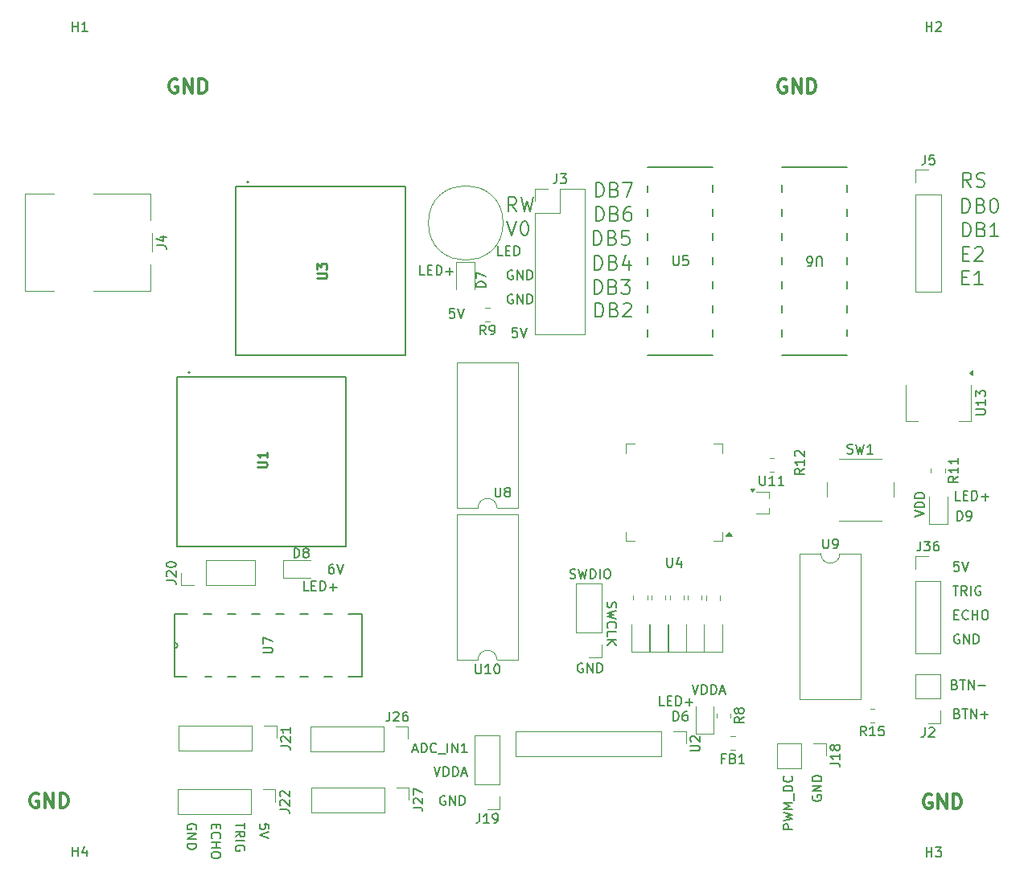
<source format=gbr>
%TF.GenerationSoftware,KiCad,Pcbnew,8.0.7*%
%TF.CreationDate,2025-03-12T15:09:51-04:00*%
%TF.ProjectId,skee-ball,736b6565-2d62-4616-9c6c-2e6b69636164,2*%
%TF.SameCoordinates,Original*%
%TF.FileFunction,Legend,Top*%
%TF.FilePolarity,Positive*%
%FSLAX46Y46*%
G04 Gerber Fmt 4.6, Leading zero omitted, Abs format (unit mm)*
G04 Created by KiCad (PCBNEW 8.0.7) date 2025-03-12 15:09:51*
%MOMM*%
%LPD*%
G01*
G04 APERTURE LIST*
%ADD10C,0.187500*%
%ADD11C,0.300000*%
%ADD12C,0.150000*%
%ADD13C,0.250000*%
%ADD14C,0.120000*%
%ADD15C,0.152400*%
%ADD16C,0.127000*%
%ADD17C,0.200000*%
G04 APERTURE END LIST*
D10*
X125599259Y-90609488D02*
X125504021Y-90561869D01*
X125504021Y-90561869D02*
X125361164Y-90561869D01*
X125361164Y-90561869D02*
X125218307Y-90609488D01*
X125218307Y-90609488D02*
X125123069Y-90704726D01*
X125123069Y-90704726D02*
X125075450Y-90799964D01*
X125075450Y-90799964D02*
X125027831Y-90990440D01*
X125027831Y-90990440D02*
X125027831Y-91133297D01*
X125027831Y-91133297D02*
X125075450Y-91323773D01*
X125075450Y-91323773D02*
X125123069Y-91419011D01*
X125123069Y-91419011D02*
X125218307Y-91514250D01*
X125218307Y-91514250D02*
X125361164Y-91561869D01*
X125361164Y-91561869D02*
X125456402Y-91561869D01*
X125456402Y-91561869D02*
X125599259Y-91514250D01*
X125599259Y-91514250D02*
X125646878Y-91466630D01*
X125646878Y-91466630D02*
X125646878Y-91133297D01*
X125646878Y-91133297D02*
X125456402Y-91133297D01*
X126075450Y-91561869D02*
X126075450Y-90561869D01*
X126075450Y-90561869D02*
X126646878Y-91561869D01*
X126646878Y-91561869D02*
X126646878Y-90561869D01*
X127123069Y-91561869D02*
X127123069Y-90561869D01*
X127123069Y-90561869D02*
X127361164Y-90561869D01*
X127361164Y-90561869D02*
X127504021Y-90609488D01*
X127504021Y-90609488D02*
X127599259Y-90704726D01*
X127599259Y-90704726D02*
X127646878Y-90799964D01*
X127646878Y-90799964D02*
X127694497Y-90990440D01*
X127694497Y-90990440D02*
X127694497Y-91133297D01*
X127694497Y-91133297D02*
X127646878Y-91323773D01*
X127646878Y-91323773D02*
X127599259Y-91419011D01*
X127599259Y-91419011D02*
X127504021Y-91514250D01*
X127504021Y-91514250D02*
X127361164Y-91561869D01*
X127361164Y-91561869D02*
X127123069Y-91561869D01*
X165032783Y-95864059D02*
X165175640Y-95911678D01*
X165175640Y-95911678D02*
X165223259Y-95959297D01*
X165223259Y-95959297D02*
X165270878Y-96054535D01*
X165270878Y-96054535D02*
X165270878Y-96197392D01*
X165270878Y-96197392D02*
X165223259Y-96292630D01*
X165223259Y-96292630D02*
X165175640Y-96340250D01*
X165175640Y-96340250D02*
X165080402Y-96387869D01*
X165080402Y-96387869D02*
X164699450Y-96387869D01*
X164699450Y-96387869D02*
X164699450Y-95387869D01*
X164699450Y-95387869D02*
X165032783Y-95387869D01*
X165032783Y-95387869D02*
X165128021Y-95435488D01*
X165128021Y-95435488D02*
X165175640Y-95483107D01*
X165175640Y-95483107D02*
X165223259Y-95578345D01*
X165223259Y-95578345D02*
X165223259Y-95673583D01*
X165223259Y-95673583D02*
X165175640Y-95768821D01*
X165175640Y-95768821D02*
X165128021Y-95816440D01*
X165128021Y-95816440D02*
X165032783Y-95864059D01*
X165032783Y-95864059D02*
X164699450Y-95864059D01*
X165556593Y-95387869D02*
X166128021Y-95387869D01*
X165842307Y-96387869D02*
X165842307Y-95387869D01*
X166461355Y-96387869D02*
X166461355Y-95387869D01*
X166461355Y-95387869D02*
X167032783Y-96387869D01*
X167032783Y-96387869D02*
X167032783Y-95387869D01*
X167508974Y-96006916D02*
X168270879Y-96006916D01*
X167889926Y-96387869D02*
X167889926Y-95625964D01*
D11*
X162310225Y-104472257D02*
X162167368Y-104400828D01*
X162167368Y-104400828D02*
X161953082Y-104400828D01*
X161953082Y-104400828D02*
X161738796Y-104472257D01*
X161738796Y-104472257D02*
X161595939Y-104615114D01*
X161595939Y-104615114D02*
X161524510Y-104757971D01*
X161524510Y-104757971D02*
X161453082Y-105043685D01*
X161453082Y-105043685D02*
X161453082Y-105257971D01*
X161453082Y-105257971D02*
X161524510Y-105543685D01*
X161524510Y-105543685D02*
X161595939Y-105686542D01*
X161595939Y-105686542D02*
X161738796Y-105829400D01*
X161738796Y-105829400D02*
X161953082Y-105900828D01*
X161953082Y-105900828D02*
X162095939Y-105900828D01*
X162095939Y-105900828D02*
X162310225Y-105829400D01*
X162310225Y-105829400D02*
X162381653Y-105757971D01*
X162381653Y-105757971D02*
X162381653Y-105257971D01*
X162381653Y-105257971D02*
X162095939Y-105257971D01*
X163024510Y-105900828D02*
X163024510Y-104400828D01*
X163024510Y-104400828D02*
X163881653Y-105900828D01*
X163881653Y-105900828D02*
X163881653Y-104400828D01*
X164595939Y-105900828D02*
X164595939Y-104400828D01*
X164595939Y-104400828D02*
X164953082Y-104400828D01*
X164953082Y-104400828D02*
X165167368Y-104472257D01*
X165167368Y-104472257D02*
X165310225Y-104615114D01*
X165310225Y-104615114D02*
X165381654Y-104757971D01*
X165381654Y-104757971D02*
X165453082Y-105043685D01*
X165453082Y-105043685D02*
X165453082Y-105257971D01*
X165453082Y-105257971D02*
X165381654Y-105543685D01*
X165381654Y-105543685D02*
X165310225Y-105686542D01*
X165310225Y-105686542D02*
X165167368Y-105829400D01*
X165167368Y-105829400D02*
X164953082Y-105900828D01*
X164953082Y-105900828D02*
X164595939Y-105900828D01*
D10*
X109946593Y-101483869D02*
X110279926Y-102483869D01*
X110279926Y-102483869D02*
X110613259Y-101483869D01*
X110946593Y-102483869D02*
X110946593Y-101483869D01*
X110946593Y-101483869D02*
X111184688Y-101483869D01*
X111184688Y-101483869D02*
X111327545Y-101531488D01*
X111327545Y-101531488D02*
X111422783Y-101626726D01*
X111422783Y-101626726D02*
X111470402Y-101721964D01*
X111470402Y-101721964D02*
X111518021Y-101912440D01*
X111518021Y-101912440D02*
X111518021Y-102055297D01*
X111518021Y-102055297D02*
X111470402Y-102245773D01*
X111470402Y-102245773D02*
X111422783Y-102341011D01*
X111422783Y-102341011D02*
X111327545Y-102436250D01*
X111327545Y-102436250D02*
X111184688Y-102483869D01*
X111184688Y-102483869D02*
X110946593Y-102483869D01*
X111946593Y-102483869D02*
X111946593Y-101483869D01*
X111946593Y-101483869D02*
X112184688Y-101483869D01*
X112184688Y-101483869D02*
X112327545Y-101531488D01*
X112327545Y-101531488D02*
X112422783Y-101626726D01*
X112422783Y-101626726D02*
X112470402Y-101721964D01*
X112470402Y-101721964D02*
X112518021Y-101912440D01*
X112518021Y-101912440D02*
X112518021Y-102055297D01*
X112518021Y-102055297D02*
X112470402Y-102245773D01*
X112470402Y-102245773D02*
X112422783Y-102341011D01*
X112422783Y-102341011D02*
X112327545Y-102436250D01*
X112327545Y-102436250D02*
X112184688Y-102483869D01*
X112184688Y-102483869D02*
X111946593Y-102483869D01*
X112898974Y-102198154D02*
X113375164Y-102198154D01*
X112803736Y-102483869D02*
X113137069Y-101483869D01*
X113137069Y-101483869D02*
X113470402Y-102483869D01*
X126972497Y-44002678D02*
X126972497Y-42502678D01*
X126972497Y-42502678D02*
X127329640Y-42502678D01*
X127329640Y-42502678D02*
X127543926Y-42574107D01*
X127543926Y-42574107D02*
X127686783Y-42716964D01*
X127686783Y-42716964D02*
X127758212Y-42859821D01*
X127758212Y-42859821D02*
X127829640Y-43145535D01*
X127829640Y-43145535D02*
X127829640Y-43359821D01*
X127829640Y-43359821D02*
X127758212Y-43645535D01*
X127758212Y-43645535D02*
X127686783Y-43788392D01*
X127686783Y-43788392D02*
X127543926Y-43931250D01*
X127543926Y-43931250D02*
X127329640Y-44002678D01*
X127329640Y-44002678D02*
X126972497Y-44002678D01*
X128972497Y-43216964D02*
X129186783Y-43288392D01*
X129186783Y-43288392D02*
X129258212Y-43359821D01*
X129258212Y-43359821D02*
X129329640Y-43502678D01*
X129329640Y-43502678D02*
X129329640Y-43716964D01*
X129329640Y-43716964D02*
X129258212Y-43859821D01*
X129258212Y-43859821D02*
X129186783Y-43931250D01*
X129186783Y-43931250D02*
X129043926Y-44002678D01*
X129043926Y-44002678D02*
X128472497Y-44002678D01*
X128472497Y-44002678D02*
X128472497Y-42502678D01*
X128472497Y-42502678D02*
X128972497Y-42502678D01*
X128972497Y-42502678D02*
X129115355Y-42574107D01*
X129115355Y-42574107D02*
X129186783Y-42645535D01*
X129186783Y-42645535D02*
X129258212Y-42788392D01*
X129258212Y-42788392D02*
X129258212Y-42931250D01*
X129258212Y-42931250D02*
X129186783Y-43074107D01*
X129186783Y-43074107D02*
X129115355Y-43145535D01*
X129115355Y-43145535D02*
X128972497Y-43216964D01*
X128972497Y-43216964D02*
X128472497Y-43216964D01*
X130615355Y-42502678D02*
X130329640Y-42502678D01*
X130329640Y-42502678D02*
X130186783Y-42574107D01*
X130186783Y-42574107D02*
X130115355Y-42645535D01*
X130115355Y-42645535D02*
X129972497Y-42859821D01*
X129972497Y-42859821D02*
X129901069Y-43145535D01*
X129901069Y-43145535D02*
X129901069Y-43716964D01*
X129901069Y-43716964D02*
X129972497Y-43859821D01*
X129972497Y-43859821D02*
X130043926Y-43931250D01*
X130043926Y-43931250D02*
X130186783Y-44002678D01*
X130186783Y-44002678D02*
X130472497Y-44002678D01*
X130472497Y-44002678D02*
X130615355Y-43931250D01*
X130615355Y-43931250D02*
X130686783Y-43859821D01*
X130686783Y-43859821D02*
X130758212Y-43716964D01*
X130758212Y-43716964D02*
X130758212Y-43359821D01*
X130758212Y-43359821D02*
X130686783Y-43216964D01*
X130686783Y-43216964D02*
X130615355Y-43145535D01*
X130615355Y-43145535D02*
X130472497Y-43074107D01*
X130472497Y-43074107D02*
X130186783Y-43074107D01*
X130186783Y-43074107D02*
X130043926Y-43145535D01*
X130043926Y-43145535D02*
X129972497Y-43216964D01*
X129972497Y-43216964D02*
X129901069Y-43359821D01*
X134187640Y-95057869D02*
X133711450Y-95057869D01*
X133711450Y-95057869D02*
X133711450Y-94057869D01*
X134520974Y-94534059D02*
X134854307Y-94534059D01*
X134997164Y-95057869D02*
X134520974Y-95057869D01*
X134520974Y-95057869D02*
X134520974Y-94057869D01*
X134520974Y-94057869D02*
X134997164Y-94057869D01*
X135425736Y-95057869D02*
X135425736Y-94057869D01*
X135425736Y-94057869D02*
X135663831Y-94057869D01*
X135663831Y-94057869D02*
X135806688Y-94105488D01*
X135806688Y-94105488D02*
X135901926Y-94200726D01*
X135901926Y-94200726D02*
X135949545Y-94295964D01*
X135949545Y-94295964D02*
X135997164Y-94486440D01*
X135997164Y-94486440D02*
X135997164Y-94629297D01*
X135997164Y-94629297D02*
X135949545Y-94819773D01*
X135949545Y-94819773D02*
X135901926Y-94915011D01*
X135901926Y-94915011D02*
X135806688Y-95010250D01*
X135806688Y-95010250D02*
X135663831Y-95057869D01*
X135663831Y-95057869D02*
X135425736Y-95057869D01*
X136425736Y-94676916D02*
X137187641Y-94676916D01*
X136806688Y-95057869D02*
X136806688Y-94295964D01*
X118233259Y-51747488D02*
X118138021Y-51699869D01*
X118138021Y-51699869D02*
X117995164Y-51699869D01*
X117995164Y-51699869D02*
X117852307Y-51747488D01*
X117852307Y-51747488D02*
X117757069Y-51842726D01*
X117757069Y-51842726D02*
X117709450Y-51937964D01*
X117709450Y-51937964D02*
X117661831Y-52128440D01*
X117661831Y-52128440D02*
X117661831Y-52271297D01*
X117661831Y-52271297D02*
X117709450Y-52461773D01*
X117709450Y-52461773D02*
X117757069Y-52557011D01*
X117757069Y-52557011D02*
X117852307Y-52652250D01*
X117852307Y-52652250D02*
X117995164Y-52699869D01*
X117995164Y-52699869D02*
X118090402Y-52699869D01*
X118090402Y-52699869D02*
X118233259Y-52652250D01*
X118233259Y-52652250D02*
X118280878Y-52604630D01*
X118280878Y-52604630D02*
X118280878Y-52271297D01*
X118280878Y-52271297D02*
X118090402Y-52271297D01*
X118709450Y-52699869D02*
X118709450Y-51699869D01*
X118709450Y-51699869D02*
X119280878Y-52699869D01*
X119280878Y-52699869D02*
X119280878Y-51699869D01*
X119757069Y-52699869D02*
X119757069Y-51699869D01*
X119757069Y-51699869D02*
X119995164Y-51699869D01*
X119995164Y-51699869D02*
X120138021Y-51747488D01*
X120138021Y-51747488D02*
X120233259Y-51842726D01*
X120233259Y-51842726D02*
X120280878Y-51937964D01*
X120280878Y-51937964D02*
X120328497Y-52128440D01*
X120328497Y-52128440D02*
X120328497Y-52271297D01*
X120328497Y-52271297D02*
X120280878Y-52461773D01*
X120280878Y-52461773D02*
X120233259Y-52557011D01*
X120233259Y-52557011D02*
X120138021Y-52652250D01*
X120138021Y-52652250D02*
X119995164Y-52699869D01*
X119995164Y-52699869D02*
X119757069Y-52699869D01*
X126830497Y-49136678D02*
X126830497Y-47636678D01*
X126830497Y-47636678D02*
X127187640Y-47636678D01*
X127187640Y-47636678D02*
X127401926Y-47708107D01*
X127401926Y-47708107D02*
X127544783Y-47850964D01*
X127544783Y-47850964D02*
X127616212Y-47993821D01*
X127616212Y-47993821D02*
X127687640Y-48279535D01*
X127687640Y-48279535D02*
X127687640Y-48493821D01*
X127687640Y-48493821D02*
X127616212Y-48779535D01*
X127616212Y-48779535D02*
X127544783Y-48922392D01*
X127544783Y-48922392D02*
X127401926Y-49065250D01*
X127401926Y-49065250D02*
X127187640Y-49136678D01*
X127187640Y-49136678D02*
X126830497Y-49136678D01*
X128830497Y-48350964D02*
X129044783Y-48422392D01*
X129044783Y-48422392D02*
X129116212Y-48493821D01*
X129116212Y-48493821D02*
X129187640Y-48636678D01*
X129187640Y-48636678D02*
X129187640Y-48850964D01*
X129187640Y-48850964D02*
X129116212Y-48993821D01*
X129116212Y-48993821D02*
X129044783Y-49065250D01*
X129044783Y-49065250D02*
X128901926Y-49136678D01*
X128901926Y-49136678D02*
X128330497Y-49136678D01*
X128330497Y-49136678D02*
X128330497Y-47636678D01*
X128330497Y-47636678D02*
X128830497Y-47636678D01*
X128830497Y-47636678D02*
X128973355Y-47708107D01*
X128973355Y-47708107D02*
X129044783Y-47779535D01*
X129044783Y-47779535D02*
X129116212Y-47922392D01*
X129116212Y-47922392D02*
X129116212Y-48065250D01*
X129116212Y-48065250D02*
X129044783Y-48208107D01*
X129044783Y-48208107D02*
X128973355Y-48279535D01*
X128973355Y-48279535D02*
X128830497Y-48350964D01*
X128830497Y-48350964D02*
X128330497Y-48350964D01*
X130473355Y-48136678D02*
X130473355Y-49136678D01*
X130116212Y-47565250D02*
X129759069Y-48636678D01*
X129759069Y-48636678D02*
X130687640Y-48636678D01*
X137124593Y-92847869D02*
X137457926Y-93847869D01*
X137457926Y-93847869D02*
X137791259Y-92847869D01*
X138124593Y-93847869D02*
X138124593Y-92847869D01*
X138124593Y-92847869D02*
X138362688Y-92847869D01*
X138362688Y-92847869D02*
X138505545Y-92895488D01*
X138505545Y-92895488D02*
X138600783Y-92990726D01*
X138600783Y-92990726D02*
X138648402Y-93085964D01*
X138648402Y-93085964D02*
X138696021Y-93276440D01*
X138696021Y-93276440D02*
X138696021Y-93419297D01*
X138696021Y-93419297D02*
X138648402Y-93609773D01*
X138648402Y-93609773D02*
X138600783Y-93705011D01*
X138600783Y-93705011D02*
X138505545Y-93800250D01*
X138505545Y-93800250D02*
X138362688Y-93847869D01*
X138362688Y-93847869D02*
X138124593Y-93847869D01*
X139124593Y-93847869D02*
X139124593Y-92847869D01*
X139124593Y-92847869D02*
X139362688Y-92847869D01*
X139362688Y-92847869D02*
X139505545Y-92895488D01*
X139505545Y-92895488D02*
X139600783Y-92990726D01*
X139600783Y-92990726D02*
X139648402Y-93085964D01*
X139648402Y-93085964D02*
X139696021Y-93276440D01*
X139696021Y-93276440D02*
X139696021Y-93419297D01*
X139696021Y-93419297D02*
X139648402Y-93609773D01*
X139648402Y-93609773D02*
X139600783Y-93705011D01*
X139600783Y-93705011D02*
X139505545Y-93800250D01*
X139505545Y-93800250D02*
X139362688Y-93847869D01*
X139362688Y-93847869D02*
X139124593Y-93847869D01*
X140076974Y-93562154D02*
X140553164Y-93562154D01*
X139981736Y-93847869D02*
X140315069Y-92847869D01*
X140315069Y-92847869D02*
X140648402Y-93847869D01*
X112089640Y-53223869D02*
X111613450Y-53223869D01*
X111613450Y-53223869D02*
X111565831Y-53700059D01*
X111565831Y-53700059D02*
X111613450Y-53652440D01*
X111613450Y-53652440D02*
X111708688Y-53604821D01*
X111708688Y-53604821D02*
X111946783Y-53604821D01*
X111946783Y-53604821D02*
X112042021Y-53652440D01*
X112042021Y-53652440D02*
X112089640Y-53700059D01*
X112089640Y-53700059D02*
X112137259Y-53795297D01*
X112137259Y-53795297D02*
X112137259Y-54033392D01*
X112137259Y-54033392D02*
X112089640Y-54128630D01*
X112089640Y-54128630D02*
X112042021Y-54176250D01*
X112042021Y-54176250D02*
X111946783Y-54223869D01*
X111946783Y-54223869D02*
X111708688Y-54223869D01*
X111708688Y-54223869D02*
X111613450Y-54176250D01*
X111613450Y-54176250D02*
X111565831Y-54128630D01*
X112422974Y-53223869D02*
X112756307Y-54223869D01*
X112756307Y-54223869D02*
X113089640Y-53223869D01*
X108957640Y-49677869D02*
X108481450Y-49677869D01*
X108481450Y-49677869D02*
X108481450Y-48677869D01*
X109290974Y-49154059D02*
X109624307Y-49154059D01*
X109767164Y-49677869D02*
X109290974Y-49677869D01*
X109290974Y-49677869D02*
X109290974Y-48677869D01*
X109290974Y-48677869D02*
X109767164Y-48677869D01*
X110195736Y-49677869D02*
X110195736Y-48677869D01*
X110195736Y-48677869D02*
X110433831Y-48677869D01*
X110433831Y-48677869D02*
X110576688Y-48725488D01*
X110576688Y-48725488D02*
X110671926Y-48820726D01*
X110671926Y-48820726D02*
X110719545Y-48915964D01*
X110719545Y-48915964D02*
X110767164Y-49106440D01*
X110767164Y-49106440D02*
X110767164Y-49249297D01*
X110767164Y-49249297D02*
X110719545Y-49439773D01*
X110719545Y-49439773D02*
X110671926Y-49535011D01*
X110671926Y-49535011D02*
X110576688Y-49630250D01*
X110576688Y-49630250D02*
X110433831Y-49677869D01*
X110433831Y-49677869D02*
X110195736Y-49677869D01*
X111195736Y-49296916D02*
X111957641Y-49296916D01*
X111576688Y-49677869D02*
X111576688Y-48915964D01*
X166487640Y-40416678D02*
X165987640Y-39702392D01*
X165630497Y-40416678D02*
X165630497Y-38916678D01*
X165630497Y-38916678D02*
X166201926Y-38916678D01*
X166201926Y-38916678D02*
X166344783Y-38988107D01*
X166344783Y-38988107D02*
X166416212Y-39059535D01*
X166416212Y-39059535D02*
X166487640Y-39202392D01*
X166487640Y-39202392D02*
X166487640Y-39416678D01*
X166487640Y-39416678D02*
X166416212Y-39559535D01*
X166416212Y-39559535D02*
X166344783Y-39630964D01*
X166344783Y-39630964D02*
X166201926Y-39702392D01*
X166201926Y-39702392D02*
X165630497Y-39702392D01*
X167059069Y-40345250D02*
X167273355Y-40416678D01*
X167273355Y-40416678D02*
X167630497Y-40416678D01*
X167630497Y-40416678D02*
X167773355Y-40345250D01*
X167773355Y-40345250D02*
X167844783Y-40273821D01*
X167844783Y-40273821D02*
X167916212Y-40130964D01*
X167916212Y-40130964D02*
X167916212Y-39988107D01*
X167916212Y-39988107D02*
X167844783Y-39845250D01*
X167844783Y-39845250D02*
X167773355Y-39773821D01*
X167773355Y-39773821D02*
X167630497Y-39702392D01*
X167630497Y-39702392D02*
X167344783Y-39630964D01*
X167344783Y-39630964D02*
X167201926Y-39559535D01*
X167201926Y-39559535D02*
X167130497Y-39488107D01*
X167130497Y-39488107D02*
X167059069Y-39345250D01*
X167059069Y-39345250D02*
X167059069Y-39202392D01*
X167059069Y-39202392D02*
X167130497Y-39059535D01*
X167130497Y-39059535D02*
X167201926Y-38988107D01*
X167201926Y-38988107D02*
X167344783Y-38916678D01*
X167344783Y-38916678D02*
X167701926Y-38916678D01*
X167701926Y-38916678D02*
X167916212Y-38988107D01*
X165175640Y-79893869D02*
X164699450Y-79893869D01*
X164699450Y-79893869D02*
X164651831Y-80370059D01*
X164651831Y-80370059D02*
X164699450Y-80322440D01*
X164699450Y-80322440D02*
X164794688Y-80274821D01*
X164794688Y-80274821D02*
X165032783Y-80274821D01*
X165032783Y-80274821D02*
X165128021Y-80322440D01*
X165128021Y-80322440D02*
X165175640Y-80370059D01*
X165175640Y-80370059D02*
X165223259Y-80465297D01*
X165223259Y-80465297D02*
X165223259Y-80703392D01*
X165223259Y-80703392D02*
X165175640Y-80798630D01*
X165175640Y-80798630D02*
X165128021Y-80846250D01*
X165128021Y-80846250D02*
X165032783Y-80893869D01*
X165032783Y-80893869D02*
X164794688Y-80893869D01*
X164794688Y-80893869D02*
X164699450Y-80846250D01*
X164699450Y-80846250D02*
X164651831Y-80798630D01*
X165508974Y-79893869D02*
X165842307Y-80893869D01*
X165842307Y-80893869D02*
X166175640Y-79893869D01*
X147695869Y-108096549D02*
X146695869Y-108096549D01*
X146695869Y-108096549D02*
X146695869Y-107715597D01*
X146695869Y-107715597D02*
X146743488Y-107620359D01*
X146743488Y-107620359D02*
X146791107Y-107572740D01*
X146791107Y-107572740D02*
X146886345Y-107525121D01*
X146886345Y-107525121D02*
X147029202Y-107525121D01*
X147029202Y-107525121D02*
X147124440Y-107572740D01*
X147124440Y-107572740D02*
X147172059Y-107620359D01*
X147172059Y-107620359D02*
X147219678Y-107715597D01*
X147219678Y-107715597D02*
X147219678Y-108096549D01*
X146695869Y-107191787D02*
X147695869Y-106953692D01*
X147695869Y-106953692D02*
X146981583Y-106763216D01*
X146981583Y-106763216D02*
X147695869Y-106572740D01*
X147695869Y-106572740D02*
X146695869Y-106334645D01*
X147695869Y-105953692D02*
X146695869Y-105953692D01*
X146695869Y-105953692D02*
X147410154Y-105620359D01*
X147410154Y-105620359D02*
X146695869Y-105287026D01*
X146695869Y-105287026D02*
X147695869Y-105287026D01*
X147791107Y-105048931D02*
X147791107Y-104287026D01*
X147695869Y-104048930D02*
X146695869Y-104048930D01*
X146695869Y-104048930D02*
X146695869Y-103810835D01*
X146695869Y-103810835D02*
X146743488Y-103667978D01*
X146743488Y-103667978D02*
X146838726Y-103572740D01*
X146838726Y-103572740D02*
X146933964Y-103525121D01*
X146933964Y-103525121D02*
X147124440Y-103477502D01*
X147124440Y-103477502D02*
X147267297Y-103477502D01*
X147267297Y-103477502D02*
X147457773Y-103525121D01*
X147457773Y-103525121D02*
X147553011Y-103572740D01*
X147553011Y-103572740D02*
X147648250Y-103667978D01*
X147648250Y-103667978D02*
X147695869Y-103810835D01*
X147695869Y-103810835D02*
X147695869Y-104048930D01*
X147600630Y-102477502D02*
X147648250Y-102525121D01*
X147648250Y-102525121D02*
X147695869Y-102667978D01*
X147695869Y-102667978D02*
X147695869Y-102763216D01*
X147695869Y-102763216D02*
X147648250Y-102906073D01*
X147648250Y-102906073D02*
X147553011Y-103001311D01*
X147553011Y-103001311D02*
X147457773Y-103048930D01*
X147457773Y-103048930D02*
X147267297Y-103096549D01*
X147267297Y-103096549D02*
X147124440Y-103096549D01*
X147124440Y-103096549D02*
X146933964Y-103048930D01*
X146933964Y-103048930D02*
X146838726Y-103001311D01*
X146838726Y-103001311D02*
X146743488Y-102906073D01*
X146743488Y-102906073D02*
X146695869Y-102763216D01*
X146695869Y-102763216D02*
X146695869Y-102667978D01*
X146695869Y-102667978D02*
X146743488Y-102525121D01*
X146743488Y-102525121D02*
X146791107Y-102477502D01*
X124265831Y-81608250D02*
X124408688Y-81655869D01*
X124408688Y-81655869D02*
X124646783Y-81655869D01*
X124646783Y-81655869D02*
X124742021Y-81608250D01*
X124742021Y-81608250D02*
X124789640Y-81560630D01*
X124789640Y-81560630D02*
X124837259Y-81465392D01*
X124837259Y-81465392D02*
X124837259Y-81370154D01*
X124837259Y-81370154D02*
X124789640Y-81274916D01*
X124789640Y-81274916D02*
X124742021Y-81227297D01*
X124742021Y-81227297D02*
X124646783Y-81179678D01*
X124646783Y-81179678D02*
X124456307Y-81132059D01*
X124456307Y-81132059D02*
X124361069Y-81084440D01*
X124361069Y-81084440D02*
X124313450Y-81036821D01*
X124313450Y-81036821D02*
X124265831Y-80941583D01*
X124265831Y-80941583D02*
X124265831Y-80846345D01*
X124265831Y-80846345D02*
X124313450Y-80751107D01*
X124313450Y-80751107D02*
X124361069Y-80703488D01*
X124361069Y-80703488D02*
X124456307Y-80655869D01*
X124456307Y-80655869D02*
X124694402Y-80655869D01*
X124694402Y-80655869D02*
X124837259Y-80703488D01*
X125170593Y-80655869D02*
X125408688Y-81655869D01*
X125408688Y-81655869D02*
X125599164Y-80941583D01*
X125599164Y-80941583D02*
X125789640Y-81655869D01*
X125789640Y-81655869D02*
X126027736Y-80655869D01*
X126408688Y-81655869D02*
X126408688Y-80655869D01*
X126408688Y-80655869D02*
X126646783Y-80655869D01*
X126646783Y-80655869D02*
X126789640Y-80703488D01*
X126789640Y-80703488D02*
X126884878Y-80798726D01*
X126884878Y-80798726D02*
X126932497Y-80893964D01*
X126932497Y-80893964D02*
X126980116Y-81084440D01*
X126980116Y-81084440D02*
X126980116Y-81227297D01*
X126980116Y-81227297D02*
X126932497Y-81417773D01*
X126932497Y-81417773D02*
X126884878Y-81513011D01*
X126884878Y-81513011D02*
X126789640Y-81608250D01*
X126789640Y-81608250D02*
X126646783Y-81655869D01*
X126646783Y-81655869D02*
X126408688Y-81655869D01*
X127408688Y-81655869D02*
X127408688Y-80655869D01*
X128075354Y-80655869D02*
X128265830Y-80655869D01*
X128265830Y-80655869D02*
X128361068Y-80703488D01*
X128361068Y-80703488D02*
X128456306Y-80798726D01*
X128456306Y-80798726D02*
X128503925Y-80989202D01*
X128503925Y-80989202D02*
X128503925Y-81322535D01*
X128503925Y-81322535D02*
X128456306Y-81513011D01*
X128456306Y-81513011D02*
X128361068Y-81608250D01*
X128361068Y-81608250D02*
X128265830Y-81655869D01*
X128265830Y-81655869D02*
X128075354Y-81655869D01*
X128075354Y-81655869D02*
X127980116Y-81608250D01*
X127980116Y-81608250D02*
X127884878Y-81513011D01*
X127884878Y-81513011D02*
X127837259Y-81322535D01*
X127837259Y-81322535D02*
X127837259Y-80989202D01*
X127837259Y-80989202D02*
X127884878Y-80798726D01*
X127884878Y-80798726D02*
X127980116Y-80703488D01*
X127980116Y-80703488D02*
X128075354Y-80655869D01*
X160557869Y-75171406D02*
X161557869Y-74838073D01*
X161557869Y-74838073D02*
X160557869Y-74504740D01*
X161557869Y-74171406D02*
X160557869Y-74171406D01*
X160557869Y-74171406D02*
X160557869Y-73933311D01*
X160557869Y-73933311D02*
X160605488Y-73790454D01*
X160605488Y-73790454D02*
X160700726Y-73695216D01*
X160700726Y-73695216D02*
X160795964Y-73647597D01*
X160795964Y-73647597D02*
X160986440Y-73599978D01*
X160986440Y-73599978D02*
X161129297Y-73599978D01*
X161129297Y-73599978D02*
X161319773Y-73647597D01*
X161319773Y-73647597D02*
X161415011Y-73695216D01*
X161415011Y-73695216D02*
X161510250Y-73790454D01*
X161510250Y-73790454D02*
X161557869Y-73933311D01*
X161557869Y-73933311D02*
X161557869Y-74171406D01*
X161557869Y-73171406D02*
X160557869Y-73171406D01*
X160557869Y-73171406D02*
X160557869Y-72933311D01*
X160557869Y-72933311D02*
X160605488Y-72790454D01*
X160605488Y-72790454D02*
X160700726Y-72695216D01*
X160700726Y-72695216D02*
X160795964Y-72647597D01*
X160795964Y-72647597D02*
X160986440Y-72599978D01*
X160986440Y-72599978D02*
X161129297Y-72599978D01*
X161129297Y-72599978D02*
X161319773Y-72647597D01*
X161319773Y-72647597D02*
X161415011Y-72695216D01*
X161415011Y-72695216D02*
X161510250Y-72790454D01*
X161510250Y-72790454D02*
X161557869Y-72933311D01*
X161557869Y-72933311D02*
X161557869Y-73171406D01*
X165580497Y-45636678D02*
X165580497Y-44136678D01*
X165580497Y-44136678D02*
X165937640Y-44136678D01*
X165937640Y-44136678D02*
X166151926Y-44208107D01*
X166151926Y-44208107D02*
X166294783Y-44350964D01*
X166294783Y-44350964D02*
X166366212Y-44493821D01*
X166366212Y-44493821D02*
X166437640Y-44779535D01*
X166437640Y-44779535D02*
X166437640Y-44993821D01*
X166437640Y-44993821D02*
X166366212Y-45279535D01*
X166366212Y-45279535D02*
X166294783Y-45422392D01*
X166294783Y-45422392D02*
X166151926Y-45565250D01*
X166151926Y-45565250D02*
X165937640Y-45636678D01*
X165937640Y-45636678D02*
X165580497Y-45636678D01*
X167580497Y-44850964D02*
X167794783Y-44922392D01*
X167794783Y-44922392D02*
X167866212Y-44993821D01*
X167866212Y-44993821D02*
X167937640Y-45136678D01*
X167937640Y-45136678D02*
X167937640Y-45350964D01*
X167937640Y-45350964D02*
X167866212Y-45493821D01*
X167866212Y-45493821D02*
X167794783Y-45565250D01*
X167794783Y-45565250D02*
X167651926Y-45636678D01*
X167651926Y-45636678D02*
X167080497Y-45636678D01*
X167080497Y-45636678D02*
X167080497Y-44136678D01*
X167080497Y-44136678D02*
X167580497Y-44136678D01*
X167580497Y-44136678D02*
X167723355Y-44208107D01*
X167723355Y-44208107D02*
X167794783Y-44279535D01*
X167794783Y-44279535D02*
X167866212Y-44422392D01*
X167866212Y-44422392D02*
X167866212Y-44565250D01*
X167866212Y-44565250D02*
X167794783Y-44708107D01*
X167794783Y-44708107D02*
X167723355Y-44779535D01*
X167723355Y-44779535D02*
X167580497Y-44850964D01*
X167580497Y-44850964D02*
X167080497Y-44850964D01*
X169366212Y-45636678D02*
X168509069Y-45636678D01*
X168937640Y-45636678D02*
X168937640Y-44136678D01*
X168937640Y-44136678D02*
X168794783Y-44350964D01*
X168794783Y-44350964D02*
X168651926Y-44493821D01*
X168651926Y-44493821D02*
X168509069Y-44565250D01*
X164556593Y-82433869D02*
X165128021Y-82433869D01*
X164842307Y-83433869D02*
X164842307Y-82433869D01*
X166032783Y-83433869D02*
X165699450Y-82957678D01*
X165461355Y-83433869D02*
X165461355Y-82433869D01*
X165461355Y-82433869D02*
X165842307Y-82433869D01*
X165842307Y-82433869D02*
X165937545Y-82481488D01*
X165937545Y-82481488D02*
X165985164Y-82529107D01*
X165985164Y-82529107D02*
X166032783Y-82624345D01*
X166032783Y-82624345D02*
X166032783Y-82767202D01*
X166032783Y-82767202D02*
X165985164Y-82862440D01*
X165985164Y-82862440D02*
X165937545Y-82910059D01*
X165937545Y-82910059D02*
X165842307Y-82957678D01*
X165842307Y-82957678D02*
X165461355Y-82957678D01*
X166461355Y-83433869D02*
X166461355Y-82433869D01*
X167461354Y-82481488D02*
X167366116Y-82433869D01*
X167366116Y-82433869D02*
X167223259Y-82433869D01*
X167223259Y-82433869D02*
X167080402Y-82481488D01*
X167080402Y-82481488D02*
X166985164Y-82576726D01*
X166985164Y-82576726D02*
X166937545Y-82671964D01*
X166937545Y-82671964D02*
X166889926Y-82862440D01*
X166889926Y-82862440D02*
X166889926Y-83005297D01*
X166889926Y-83005297D02*
X166937545Y-83195773D01*
X166937545Y-83195773D02*
X166985164Y-83291011D01*
X166985164Y-83291011D02*
X167080402Y-83386250D01*
X167080402Y-83386250D02*
X167223259Y-83433869D01*
X167223259Y-83433869D02*
X167318497Y-83433869D01*
X167318497Y-83433869D02*
X167461354Y-83386250D01*
X167461354Y-83386250D02*
X167508973Y-83338630D01*
X167508973Y-83338630D02*
X167508973Y-83005297D01*
X167508973Y-83005297D02*
X167318497Y-83005297D01*
X165610497Y-47440964D02*
X166110497Y-47440964D01*
X166324783Y-48226678D02*
X165610497Y-48226678D01*
X165610497Y-48226678D02*
X165610497Y-46726678D01*
X165610497Y-46726678D02*
X166324783Y-46726678D01*
X166896212Y-46869535D02*
X166967640Y-46798107D01*
X166967640Y-46798107D02*
X167110498Y-46726678D01*
X167110498Y-46726678D02*
X167467640Y-46726678D01*
X167467640Y-46726678D02*
X167610498Y-46798107D01*
X167610498Y-46798107D02*
X167681926Y-46869535D01*
X167681926Y-46869535D02*
X167753355Y-47012392D01*
X167753355Y-47012392D02*
X167753355Y-47155250D01*
X167753355Y-47155250D02*
X167681926Y-47369535D01*
X167681926Y-47369535D02*
X166824783Y-48226678D01*
X166824783Y-48226678D02*
X167753355Y-48226678D01*
X164778783Y-92816059D02*
X164921640Y-92863678D01*
X164921640Y-92863678D02*
X164969259Y-92911297D01*
X164969259Y-92911297D02*
X165016878Y-93006535D01*
X165016878Y-93006535D02*
X165016878Y-93149392D01*
X165016878Y-93149392D02*
X164969259Y-93244630D01*
X164969259Y-93244630D02*
X164921640Y-93292250D01*
X164921640Y-93292250D02*
X164826402Y-93339869D01*
X164826402Y-93339869D02*
X164445450Y-93339869D01*
X164445450Y-93339869D02*
X164445450Y-92339869D01*
X164445450Y-92339869D02*
X164778783Y-92339869D01*
X164778783Y-92339869D02*
X164874021Y-92387488D01*
X164874021Y-92387488D02*
X164921640Y-92435107D01*
X164921640Y-92435107D02*
X164969259Y-92530345D01*
X164969259Y-92530345D02*
X164969259Y-92625583D01*
X164969259Y-92625583D02*
X164921640Y-92720821D01*
X164921640Y-92720821D02*
X164874021Y-92768440D01*
X164874021Y-92768440D02*
X164778783Y-92816059D01*
X164778783Y-92816059D02*
X164445450Y-92816059D01*
X165302593Y-92339869D02*
X165874021Y-92339869D01*
X165588307Y-93339869D02*
X165588307Y-92339869D01*
X166207355Y-93339869D02*
X166207355Y-92339869D01*
X166207355Y-92339869D02*
X166778783Y-93339869D01*
X166778783Y-93339869D02*
X166778783Y-92339869D01*
X167254974Y-92958916D02*
X168016879Y-92958916D01*
D11*
X68290225Y-104372257D02*
X68147368Y-104300828D01*
X68147368Y-104300828D02*
X67933082Y-104300828D01*
X67933082Y-104300828D02*
X67718796Y-104372257D01*
X67718796Y-104372257D02*
X67575939Y-104515114D01*
X67575939Y-104515114D02*
X67504510Y-104657971D01*
X67504510Y-104657971D02*
X67433082Y-104943685D01*
X67433082Y-104943685D02*
X67433082Y-105157971D01*
X67433082Y-105157971D02*
X67504510Y-105443685D01*
X67504510Y-105443685D02*
X67575939Y-105586542D01*
X67575939Y-105586542D02*
X67718796Y-105729400D01*
X67718796Y-105729400D02*
X67933082Y-105800828D01*
X67933082Y-105800828D02*
X68075939Y-105800828D01*
X68075939Y-105800828D02*
X68290225Y-105729400D01*
X68290225Y-105729400D02*
X68361653Y-105657971D01*
X68361653Y-105657971D02*
X68361653Y-105157971D01*
X68361653Y-105157971D02*
X68075939Y-105157971D01*
X69004510Y-105800828D02*
X69004510Y-104300828D01*
X69004510Y-104300828D02*
X69861653Y-105800828D01*
X69861653Y-105800828D02*
X69861653Y-104300828D01*
X70575939Y-105800828D02*
X70575939Y-104300828D01*
X70575939Y-104300828D02*
X70933082Y-104300828D01*
X70933082Y-104300828D02*
X71147368Y-104372257D01*
X71147368Y-104372257D02*
X71290225Y-104515114D01*
X71290225Y-104515114D02*
X71361654Y-104657971D01*
X71361654Y-104657971D02*
X71433082Y-104943685D01*
X71433082Y-104943685D02*
X71433082Y-105157971D01*
X71433082Y-105157971D02*
X71361654Y-105443685D01*
X71361654Y-105443685D02*
X71290225Y-105586542D01*
X71290225Y-105586542D02*
X71147368Y-105729400D01*
X71147368Y-105729400D02*
X70933082Y-105800828D01*
X70933082Y-105800828D02*
X70575939Y-105800828D01*
D10*
X118233259Y-49207488D02*
X118138021Y-49159869D01*
X118138021Y-49159869D02*
X117995164Y-49159869D01*
X117995164Y-49159869D02*
X117852307Y-49207488D01*
X117852307Y-49207488D02*
X117757069Y-49302726D01*
X117757069Y-49302726D02*
X117709450Y-49397964D01*
X117709450Y-49397964D02*
X117661831Y-49588440D01*
X117661831Y-49588440D02*
X117661831Y-49731297D01*
X117661831Y-49731297D02*
X117709450Y-49921773D01*
X117709450Y-49921773D02*
X117757069Y-50017011D01*
X117757069Y-50017011D02*
X117852307Y-50112250D01*
X117852307Y-50112250D02*
X117995164Y-50159869D01*
X117995164Y-50159869D02*
X118090402Y-50159869D01*
X118090402Y-50159869D02*
X118233259Y-50112250D01*
X118233259Y-50112250D02*
X118280878Y-50064630D01*
X118280878Y-50064630D02*
X118280878Y-49731297D01*
X118280878Y-49731297D02*
X118090402Y-49731297D01*
X118709450Y-50159869D02*
X118709450Y-49159869D01*
X118709450Y-49159869D02*
X119280878Y-50159869D01*
X119280878Y-50159869D02*
X119280878Y-49159869D01*
X119757069Y-50159869D02*
X119757069Y-49159869D01*
X119757069Y-49159869D02*
X119995164Y-49159869D01*
X119995164Y-49159869D02*
X120138021Y-49207488D01*
X120138021Y-49207488D02*
X120233259Y-49302726D01*
X120233259Y-49302726D02*
X120280878Y-49397964D01*
X120280878Y-49397964D02*
X120328497Y-49588440D01*
X120328497Y-49588440D02*
X120328497Y-49731297D01*
X120328497Y-49731297D02*
X120280878Y-49921773D01*
X120280878Y-49921773D02*
X120233259Y-50017011D01*
X120233259Y-50017011D02*
X120138021Y-50112250D01*
X120138021Y-50112250D02*
X119995164Y-50159869D01*
X119995164Y-50159869D02*
X119757069Y-50159869D01*
X128195750Y-84133831D02*
X128148130Y-84276688D01*
X128148130Y-84276688D02*
X128148130Y-84514783D01*
X128148130Y-84514783D02*
X128195750Y-84610021D01*
X128195750Y-84610021D02*
X128243369Y-84657640D01*
X128243369Y-84657640D02*
X128338607Y-84705259D01*
X128338607Y-84705259D02*
X128433845Y-84705259D01*
X128433845Y-84705259D02*
X128529083Y-84657640D01*
X128529083Y-84657640D02*
X128576702Y-84610021D01*
X128576702Y-84610021D02*
X128624321Y-84514783D01*
X128624321Y-84514783D02*
X128671940Y-84324307D01*
X128671940Y-84324307D02*
X128719559Y-84229069D01*
X128719559Y-84229069D02*
X128767178Y-84181450D01*
X128767178Y-84181450D02*
X128862416Y-84133831D01*
X128862416Y-84133831D02*
X128957654Y-84133831D01*
X128957654Y-84133831D02*
X129052892Y-84181450D01*
X129052892Y-84181450D02*
X129100511Y-84229069D01*
X129100511Y-84229069D02*
X129148130Y-84324307D01*
X129148130Y-84324307D02*
X129148130Y-84562402D01*
X129148130Y-84562402D02*
X129100511Y-84705259D01*
X129148130Y-85038593D02*
X128148130Y-85276688D01*
X128148130Y-85276688D02*
X128862416Y-85467164D01*
X128862416Y-85467164D02*
X128148130Y-85657640D01*
X128148130Y-85657640D02*
X129148130Y-85895736D01*
X128243369Y-86848116D02*
X128195750Y-86800497D01*
X128195750Y-86800497D02*
X128148130Y-86657640D01*
X128148130Y-86657640D02*
X128148130Y-86562402D01*
X128148130Y-86562402D02*
X128195750Y-86419545D01*
X128195750Y-86419545D02*
X128290988Y-86324307D01*
X128290988Y-86324307D02*
X128386226Y-86276688D01*
X128386226Y-86276688D02*
X128576702Y-86229069D01*
X128576702Y-86229069D02*
X128719559Y-86229069D01*
X128719559Y-86229069D02*
X128910035Y-86276688D01*
X128910035Y-86276688D02*
X129005273Y-86324307D01*
X129005273Y-86324307D02*
X129100511Y-86419545D01*
X129100511Y-86419545D02*
X129148130Y-86562402D01*
X129148130Y-86562402D02*
X129148130Y-86657640D01*
X129148130Y-86657640D02*
X129100511Y-86800497D01*
X129100511Y-86800497D02*
X129052892Y-86848116D01*
X128148130Y-87752878D02*
X128148130Y-87276688D01*
X128148130Y-87276688D02*
X129148130Y-87276688D01*
X128148130Y-88086212D02*
X129148130Y-88086212D01*
X128148130Y-88657640D02*
X128719559Y-88229069D01*
X129148130Y-88657640D02*
X128576702Y-88086212D01*
X165520497Y-43116678D02*
X165520497Y-41616678D01*
X165520497Y-41616678D02*
X165877640Y-41616678D01*
X165877640Y-41616678D02*
X166091926Y-41688107D01*
X166091926Y-41688107D02*
X166234783Y-41830964D01*
X166234783Y-41830964D02*
X166306212Y-41973821D01*
X166306212Y-41973821D02*
X166377640Y-42259535D01*
X166377640Y-42259535D02*
X166377640Y-42473821D01*
X166377640Y-42473821D02*
X166306212Y-42759535D01*
X166306212Y-42759535D02*
X166234783Y-42902392D01*
X166234783Y-42902392D02*
X166091926Y-43045250D01*
X166091926Y-43045250D02*
X165877640Y-43116678D01*
X165877640Y-43116678D02*
X165520497Y-43116678D01*
X167520497Y-42330964D02*
X167734783Y-42402392D01*
X167734783Y-42402392D02*
X167806212Y-42473821D01*
X167806212Y-42473821D02*
X167877640Y-42616678D01*
X167877640Y-42616678D02*
X167877640Y-42830964D01*
X167877640Y-42830964D02*
X167806212Y-42973821D01*
X167806212Y-42973821D02*
X167734783Y-43045250D01*
X167734783Y-43045250D02*
X167591926Y-43116678D01*
X167591926Y-43116678D02*
X167020497Y-43116678D01*
X167020497Y-43116678D02*
X167020497Y-41616678D01*
X167020497Y-41616678D02*
X167520497Y-41616678D01*
X167520497Y-41616678D02*
X167663355Y-41688107D01*
X167663355Y-41688107D02*
X167734783Y-41759535D01*
X167734783Y-41759535D02*
X167806212Y-41902392D01*
X167806212Y-41902392D02*
X167806212Y-42045250D01*
X167806212Y-42045250D02*
X167734783Y-42188107D01*
X167734783Y-42188107D02*
X167663355Y-42259535D01*
X167663355Y-42259535D02*
X167520497Y-42330964D01*
X167520497Y-42330964D02*
X167020497Y-42330964D01*
X168806212Y-41616678D02*
X168949069Y-41616678D01*
X168949069Y-41616678D02*
X169091926Y-41688107D01*
X169091926Y-41688107D02*
X169163355Y-41759535D01*
X169163355Y-41759535D02*
X169234783Y-41902392D01*
X169234783Y-41902392D02*
X169306212Y-42188107D01*
X169306212Y-42188107D02*
X169306212Y-42545250D01*
X169306212Y-42545250D02*
X169234783Y-42830964D01*
X169234783Y-42830964D02*
X169163355Y-42973821D01*
X169163355Y-42973821D02*
X169091926Y-43045250D01*
X169091926Y-43045250D02*
X168949069Y-43116678D01*
X168949069Y-43116678D02*
X168806212Y-43116678D01*
X168806212Y-43116678D02*
X168663355Y-43045250D01*
X168663355Y-43045250D02*
X168591926Y-42973821D01*
X168591926Y-42973821D02*
X168520497Y-42830964D01*
X168520497Y-42830964D02*
X168449069Y-42545250D01*
X168449069Y-42545250D02*
X168449069Y-42188107D01*
X168449069Y-42188107D02*
X168520497Y-41902392D01*
X168520497Y-41902392D02*
X168591926Y-41759535D01*
X168591926Y-41759535D02*
X168663355Y-41688107D01*
X168663355Y-41688107D02*
X168806212Y-41616678D01*
X126740497Y-46546678D02*
X126740497Y-45046678D01*
X126740497Y-45046678D02*
X127097640Y-45046678D01*
X127097640Y-45046678D02*
X127311926Y-45118107D01*
X127311926Y-45118107D02*
X127454783Y-45260964D01*
X127454783Y-45260964D02*
X127526212Y-45403821D01*
X127526212Y-45403821D02*
X127597640Y-45689535D01*
X127597640Y-45689535D02*
X127597640Y-45903821D01*
X127597640Y-45903821D02*
X127526212Y-46189535D01*
X127526212Y-46189535D02*
X127454783Y-46332392D01*
X127454783Y-46332392D02*
X127311926Y-46475250D01*
X127311926Y-46475250D02*
X127097640Y-46546678D01*
X127097640Y-46546678D02*
X126740497Y-46546678D01*
X128740497Y-45760964D02*
X128954783Y-45832392D01*
X128954783Y-45832392D02*
X129026212Y-45903821D01*
X129026212Y-45903821D02*
X129097640Y-46046678D01*
X129097640Y-46046678D02*
X129097640Y-46260964D01*
X129097640Y-46260964D02*
X129026212Y-46403821D01*
X129026212Y-46403821D02*
X128954783Y-46475250D01*
X128954783Y-46475250D02*
X128811926Y-46546678D01*
X128811926Y-46546678D02*
X128240497Y-46546678D01*
X128240497Y-46546678D02*
X128240497Y-45046678D01*
X128240497Y-45046678D02*
X128740497Y-45046678D01*
X128740497Y-45046678D02*
X128883355Y-45118107D01*
X128883355Y-45118107D02*
X128954783Y-45189535D01*
X128954783Y-45189535D02*
X129026212Y-45332392D01*
X129026212Y-45332392D02*
X129026212Y-45475250D01*
X129026212Y-45475250D02*
X128954783Y-45618107D01*
X128954783Y-45618107D02*
X128883355Y-45689535D01*
X128883355Y-45689535D02*
X128740497Y-45760964D01*
X128740497Y-45760964D02*
X128240497Y-45760964D01*
X130454783Y-45046678D02*
X129740497Y-45046678D01*
X129740497Y-45046678D02*
X129669069Y-45760964D01*
X129669069Y-45760964D02*
X129740497Y-45689535D01*
X129740497Y-45689535D02*
X129883355Y-45618107D01*
X129883355Y-45618107D02*
X130240497Y-45618107D01*
X130240497Y-45618107D02*
X130383355Y-45689535D01*
X130383355Y-45689535D02*
X130454783Y-45760964D01*
X130454783Y-45760964D02*
X130526212Y-45903821D01*
X130526212Y-45903821D02*
X130526212Y-46260964D01*
X130526212Y-46260964D02*
X130454783Y-46403821D01*
X130454783Y-46403821D02*
X130383355Y-46475250D01*
X130383355Y-46475250D02*
X130240497Y-46546678D01*
X130240497Y-46546678D02*
X129883355Y-46546678D01*
X129883355Y-46546678D02*
X129740497Y-46475250D01*
X129740497Y-46475250D02*
X129669069Y-46403821D01*
X96737640Y-82947869D02*
X96261450Y-82947869D01*
X96261450Y-82947869D02*
X96261450Y-81947869D01*
X97070974Y-82424059D02*
X97404307Y-82424059D01*
X97547164Y-82947869D02*
X97070974Y-82947869D01*
X97070974Y-82947869D02*
X97070974Y-81947869D01*
X97070974Y-81947869D02*
X97547164Y-81947869D01*
X97975736Y-82947869D02*
X97975736Y-81947869D01*
X97975736Y-81947869D02*
X98213831Y-81947869D01*
X98213831Y-81947869D02*
X98356688Y-81995488D01*
X98356688Y-81995488D02*
X98451926Y-82090726D01*
X98451926Y-82090726D02*
X98499545Y-82185964D01*
X98499545Y-82185964D02*
X98547164Y-82376440D01*
X98547164Y-82376440D02*
X98547164Y-82519297D01*
X98547164Y-82519297D02*
X98499545Y-82709773D01*
X98499545Y-82709773D02*
X98451926Y-82805011D01*
X98451926Y-82805011D02*
X98356688Y-82900250D01*
X98356688Y-82900250D02*
X98213831Y-82947869D01*
X98213831Y-82947869D02*
X97975736Y-82947869D01*
X98975736Y-82566916D02*
X99737641Y-82566916D01*
X99356688Y-82947869D02*
X99356688Y-82185964D01*
D11*
X147000225Y-29092257D02*
X146857368Y-29020828D01*
X146857368Y-29020828D02*
X146643082Y-29020828D01*
X146643082Y-29020828D02*
X146428796Y-29092257D01*
X146428796Y-29092257D02*
X146285939Y-29235114D01*
X146285939Y-29235114D02*
X146214510Y-29377971D01*
X146214510Y-29377971D02*
X146143082Y-29663685D01*
X146143082Y-29663685D02*
X146143082Y-29877971D01*
X146143082Y-29877971D02*
X146214510Y-30163685D01*
X146214510Y-30163685D02*
X146285939Y-30306542D01*
X146285939Y-30306542D02*
X146428796Y-30449400D01*
X146428796Y-30449400D02*
X146643082Y-30520828D01*
X146643082Y-30520828D02*
X146785939Y-30520828D01*
X146785939Y-30520828D02*
X147000225Y-30449400D01*
X147000225Y-30449400D02*
X147071653Y-30377971D01*
X147071653Y-30377971D02*
X147071653Y-29877971D01*
X147071653Y-29877971D02*
X146785939Y-29877971D01*
X147714510Y-30520828D02*
X147714510Y-29020828D01*
X147714510Y-29020828D02*
X148571653Y-30520828D01*
X148571653Y-30520828D02*
X148571653Y-29020828D01*
X149285939Y-30520828D02*
X149285939Y-29020828D01*
X149285939Y-29020828D02*
X149643082Y-29020828D01*
X149643082Y-29020828D02*
X149857368Y-29092257D01*
X149857368Y-29092257D02*
X150000225Y-29235114D01*
X150000225Y-29235114D02*
X150071654Y-29377971D01*
X150071654Y-29377971D02*
X150143082Y-29663685D01*
X150143082Y-29663685D02*
X150143082Y-29877971D01*
X150143082Y-29877971D02*
X150071654Y-30163685D01*
X150071654Y-30163685D02*
X150000225Y-30306542D01*
X150000225Y-30306542D02*
X149857368Y-30449400D01*
X149857368Y-30449400D02*
X149643082Y-30520828D01*
X149643082Y-30520828D02*
X149285939Y-30520828D01*
D10*
X84904511Y-108073259D02*
X84952130Y-107978021D01*
X84952130Y-107978021D02*
X84952130Y-107835164D01*
X84952130Y-107835164D02*
X84904511Y-107692307D01*
X84904511Y-107692307D02*
X84809273Y-107597069D01*
X84809273Y-107597069D02*
X84714035Y-107549450D01*
X84714035Y-107549450D02*
X84523559Y-107501831D01*
X84523559Y-107501831D02*
X84380702Y-107501831D01*
X84380702Y-107501831D02*
X84190226Y-107549450D01*
X84190226Y-107549450D02*
X84094988Y-107597069D01*
X84094988Y-107597069D02*
X83999750Y-107692307D01*
X83999750Y-107692307D02*
X83952130Y-107835164D01*
X83952130Y-107835164D02*
X83952130Y-107930402D01*
X83952130Y-107930402D02*
X83999750Y-108073259D01*
X83999750Y-108073259D02*
X84047369Y-108120878D01*
X84047369Y-108120878D02*
X84380702Y-108120878D01*
X84380702Y-108120878D02*
X84380702Y-107930402D01*
X83952130Y-108549450D02*
X84952130Y-108549450D01*
X84952130Y-108549450D02*
X83952130Y-109120878D01*
X83952130Y-109120878D02*
X84952130Y-109120878D01*
X83952130Y-109597069D02*
X84952130Y-109597069D01*
X84952130Y-109597069D02*
X84952130Y-109835164D01*
X84952130Y-109835164D02*
X84904511Y-109978021D01*
X84904511Y-109978021D02*
X84809273Y-110073259D01*
X84809273Y-110073259D02*
X84714035Y-110120878D01*
X84714035Y-110120878D02*
X84523559Y-110168497D01*
X84523559Y-110168497D02*
X84380702Y-110168497D01*
X84380702Y-110168497D02*
X84190226Y-110120878D01*
X84190226Y-110120878D02*
X84094988Y-110073259D01*
X84094988Y-110073259D02*
X83999750Y-109978021D01*
X83999750Y-109978021D02*
X83952130Y-109835164D01*
X83952130Y-109835164D02*
X83952130Y-109597069D01*
X111121259Y-104579488D02*
X111026021Y-104531869D01*
X111026021Y-104531869D02*
X110883164Y-104531869D01*
X110883164Y-104531869D02*
X110740307Y-104579488D01*
X110740307Y-104579488D02*
X110645069Y-104674726D01*
X110645069Y-104674726D02*
X110597450Y-104769964D01*
X110597450Y-104769964D02*
X110549831Y-104960440D01*
X110549831Y-104960440D02*
X110549831Y-105103297D01*
X110549831Y-105103297D02*
X110597450Y-105293773D01*
X110597450Y-105293773D02*
X110645069Y-105389011D01*
X110645069Y-105389011D02*
X110740307Y-105484250D01*
X110740307Y-105484250D02*
X110883164Y-105531869D01*
X110883164Y-105531869D02*
X110978402Y-105531869D01*
X110978402Y-105531869D02*
X111121259Y-105484250D01*
X111121259Y-105484250D02*
X111168878Y-105436630D01*
X111168878Y-105436630D02*
X111168878Y-105103297D01*
X111168878Y-105103297D02*
X110978402Y-105103297D01*
X111597450Y-105531869D02*
X111597450Y-104531869D01*
X111597450Y-104531869D02*
X112168878Y-105531869D01*
X112168878Y-105531869D02*
X112168878Y-104531869D01*
X112645069Y-105531869D02*
X112645069Y-104531869D01*
X112645069Y-104531869D02*
X112883164Y-104531869D01*
X112883164Y-104531869D02*
X113026021Y-104579488D01*
X113026021Y-104579488D02*
X113121259Y-104674726D01*
X113121259Y-104674726D02*
X113168878Y-104769964D01*
X113168878Y-104769964D02*
X113216497Y-104960440D01*
X113216497Y-104960440D02*
X113216497Y-105103297D01*
X113216497Y-105103297D02*
X113168878Y-105293773D01*
X113168878Y-105293773D02*
X113121259Y-105389011D01*
X113121259Y-105389011D02*
X113026021Y-105484250D01*
X113026021Y-105484250D02*
X112883164Y-105531869D01*
X112883164Y-105531869D02*
X112645069Y-105531869D01*
X165223259Y-87561488D02*
X165128021Y-87513869D01*
X165128021Y-87513869D02*
X164985164Y-87513869D01*
X164985164Y-87513869D02*
X164842307Y-87561488D01*
X164842307Y-87561488D02*
X164747069Y-87656726D01*
X164747069Y-87656726D02*
X164699450Y-87751964D01*
X164699450Y-87751964D02*
X164651831Y-87942440D01*
X164651831Y-87942440D02*
X164651831Y-88085297D01*
X164651831Y-88085297D02*
X164699450Y-88275773D01*
X164699450Y-88275773D02*
X164747069Y-88371011D01*
X164747069Y-88371011D02*
X164842307Y-88466250D01*
X164842307Y-88466250D02*
X164985164Y-88513869D01*
X164985164Y-88513869D02*
X165080402Y-88513869D01*
X165080402Y-88513869D02*
X165223259Y-88466250D01*
X165223259Y-88466250D02*
X165270878Y-88418630D01*
X165270878Y-88418630D02*
X165270878Y-88085297D01*
X165270878Y-88085297D02*
X165080402Y-88085297D01*
X165699450Y-88513869D02*
X165699450Y-87513869D01*
X165699450Y-87513869D02*
X166270878Y-88513869D01*
X166270878Y-88513869D02*
X166270878Y-87513869D01*
X166747069Y-88513869D02*
X166747069Y-87513869D01*
X166747069Y-87513869D02*
X166985164Y-87513869D01*
X166985164Y-87513869D02*
X167128021Y-87561488D01*
X167128021Y-87561488D02*
X167223259Y-87656726D01*
X167223259Y-87656726D02*
X167270878Y-87751964D01*
X167270878Y-87751964D02*
X167318497Y-87942440D01*
X167318497Y-87942440D02*
X167318497Y-88085297D01*
X167318497Y-88085297D02*
X167270878Y-88275773D01*
X167270878Y-88275773D02*
X167223259Y-88371011D01*
X167223259Y-88371011D02*
X167128021Y-88466250D01*
X167128021Y-88466250D02*
X166985164Y-88513869D01*
X166985164Y-88513869D02*
X166747069Y-88513869D01*
X149791488Y-104524740D02*
X149743869Y-104619978D01*
X149743869Y-104619978D02*
X149743869Y-104762835D01*
X149743869Y-104762835D02*
X149791488Y-104905692D01*
X149791488Y-104905692D02*
X149886726Y-105000930D01*
X149886726Y-105000930D02*
X149981964Y-105048549D01*
X149981964Y-105048549D02*
X150172440Y-105096168D01*
X150172440Y-105096168D02*
X150315297Y-105096168D01*
X150315297Y-105096168D02*
X150505773Y-105048549D01*
X150505773Y-105048549D02*
X150601011Y-105000930D01*
X150601011Y-105000930D02*
X150696250Y-104905692D01*
X150696250Y-104905692D02*
X150743869Y-104762835D01*
X150743869Y-104762835D02*
X150743869Y-104667597D01*
X150743869Y-104667597D02*
X150696250Y-104524740D01*
X150696250Y-104524740D02*
X150648630Y-104477121D01*
X150648630Y-104477121D02*
X150315297Y-104477121D01*
X150315297Y-104477121D02*
X150315297Y-104667597D01*
X150743869Y-104048549D02*
X149743869Y-104048549D01*
X149743869Y-104048549D02*
X150743869Y-103477121D01*
X150743869Y-103477121D02*
X149743869Y-103477121D01*
X150743869Y-103000930D02*
X149743869Y-103000930D01*
X149743869Y-103000930D02*
X149743869Y-102762835D01*
X149743869Y-102762835D02*
X149791488Y-102619978D01*
X149791488Y-102619978D02*
X149886726Y-102524740D01*
X149886726Y-102524740D02*
X149981964Y-102477121D01*
X149981964Y-102477121D02*
X150172440Y-102429502D01*
X150172440Y-102429502D02*
X150315297Y-102429502D01*
X150315297Y-102429502D02*
X150505773Y-102477121D01*
X150505773Y-102477121D02*
X150601011Y-102524740D01*
X150601011Y-102524740D02*
X150696250Y-102619978D01*
X150696250Y-102619978D02*
X150743869Y-102762835D01*
X150743869Y-102762835D02*
X150743869Y-103000930D01*
X118609440Y-42986678D02*
X118109440Y-42272392D01*
X117752297Y-42986678D02*
X117752297Y-41486678D01*
X117752297Y-41486678D02*
X118323726Y-41486678D01*
X118323726Y-41486678D02*
X118466583Y-41558107D01*
X118466583Y-41558107D02*
X118538012Y-41629535D01*
X118538012Y-41629535D02*
X118609440Y-41772392D01*
X118609440Y-41772392D02*
X118609440Y-41986678D01*
X118609440Y-41986678D02*
X118538012Y-42129535D01*
X118538012Y-42129535D02*
X118466583Y-42200964D01*
X118466583Y-42200964D02*
X118323726Y-42272392D01*
X118323726Y-42272392D02*
X117752297Y-42272392D01*
X119109440Y-41486678D02*
X119466583Y-42986678D01*
X119466583Y-42986678D02*
X119752297Y-41915250D01*
X119752297Y-41915250D02*
X120038012Y-42986678D01*
X120038012Y-42986678D02*
X120395155Y-41486678D01*
X165550497Y-49930964D02*
X166050497Y-49930964D01*
X166264783Y-50716678D02*
X165550497Y-50716678D01*
X165550497Y-50716678D02*
X165550497Y-49216678D01*
X165550497Y-49216678D02*
X166264783Y-49216678D01*
X167693355Y-50716678D02*
X166836212Y-50716678D01*
X167264783Y-50716678D02*
X167264783Y-49216678D01*
X167264783Y-49216678D02*
X167121926Y-49430964D01*
X167121926Y-49430964D02*
X166979069Y-49573821D01*
X166979069Y-49573821D02*
X166836212Y-49645250D01*
X99342021Y-80147869D02*
X99151545Y-80147869D01*
X99151545Y-80147869D02*
X99056307Y-80195488D01*
X99056307Y-80195488D02*
X99008688Y-80243107D01*
X99008688Y-80243107D02*
X98913450Y-80385964D01*
X98913450Y-80385964D02*
X98865831Y-80576440D01*
X98865831Y-80576440D02*
X98865831Y-80957392D01*
X98865831Y-80957392D02*
X98913450Y-81052630D01*
X98913450Y-81052630D02*
X98961069Y-81100250D01*
X98961069Y-81100250D02*
X99056307Y-81147869D01*
X99056307Y-81147869D02*
X99246783Y-81147869D01*
X99246783Y-81147869D02*
X99342021Y-81100250D01*
X99342021Y-81100250D02*
X99389640Y-81052630D01*
X99389640Y-81052630D02*
X99437259Y-80957392D01*
X99437259Y-80957392D02*
X99437259Y-80719297D01*
X99437259Y-80719297D02*
X99389640Y-80624059D01*
X99389640Y-80624059D02*
X99342021Y-80576440D01*
X99342021Y-80576440D02*
X99246783Y-80528821D01*
X99246783Y-80528821D02*
X99056307Y-80528821D01*
X99056307Y-80528821D02*
X98961069Y-80576440D01*
X98961069Y-80576440D02*
X98913450Y-80624059D01*
X98913450Y-80624059D02*
X98865831Y-80719297D01*
X99722974Y-80147869D02*
X100056307Y-81147869D01*
X100056307Y-81147869D02*
X100389640Y-80147869D01*
X126930497Y-54106678D02*
X126930497Y-52606678D01*
X126930497Y-52606678D02*
X127287640Y-52606678D01*
X127287640Y-52606678D02*
X127501926Y-52678107D01*
X127501926Y-52678107D02*
X127644783Y-52820964D01*
X127644783Y-52820964D02*
X127716212Y-52963821D01*
X127716212Y-52963821D02*
X127787640Y-53249535D01*
X127787640Y-53249535D02*
X127787640Y-53463821D01*
X127787640Y-53463821D02*
X127716212Y-53749535D01*
X127716212Y-53749535D02*
X127644783Y-53892392D01*
X127644783Y-53892392D02*
X127501926Y-54035250D01*
X127501926Y-54035250D02*
X127287640Y-54106678D01*
X127287640Y-54106678D02*
X126930497Y-54106678D01*
X128930497Y-53320964D02*
X129144783Y-53392392D01*
X129144783Y-53392392D02*
X129216212Y-53463821D01*
X129216212Y-53463821D02*
X129287640Y-53606678D01*
X129287640Y-53606678D02*
X129287640Y-53820964D01*
X129287640Y-53820964D02*
X129216212Y-53963821D01*
X129216212Y-53963821D02*
X129144783Y-54035250D01*
X129144783Y-54035250D02*
X129001926Y-54106678D01*
X129001926Y-54106678D02*
X128430497Y-54106678D01*
X128430497Y-54106678D02*
X128430497Y-52606678D01*
X128430497Y-52606678D02*
X128930497Y-52606678D01*
X128930497Y-52606678D02*
X129073355Y-52678107D01*
X129073355Y-52678107D02*
X129144783Y-52749535D01*
X129144783Y-52749535D02*
X129216212Y-52892392D01*
X129216212Y-52892392D02*
X129216212Y-53035250D01*
X129216212Y-53035250D02*
X129144783Y-53178107D01*
X129144783Y-53178107D02*
X129073355Y-53249535D01*
X129073355Y-53249535D02*
X128930497Y-53320964D01*
X128930497Y-53320964D02*
X128430497Y-53320964D01*
X129859069Y-52749535D02*
X129930497Y-52678107D01*
X129930497Y-52678107D02*
X130073355Y-52606678D01*
X130073355Y-52606678D02*
X130430497Y-52606678D01*
X130430497Y-52606678D02*
X130573355Y-52678107D01*
X130573355Y-52678107D02*
X130644783Y-52749535D01*
X130644783Y-52749535D02*
X130716212Y-52892392D01*
X130716212Y-52892392D02*
X130716212Y-53035250D01*
X130716212Y-53035250D02*
X130644783Y-53249535D01*
X130644783Y-53249535D02*
X129787640Y-54106678D01*
X129787640Y-54106678D02*
X130716212Y-54106678D01*
X117169640Y-47619869D02*
X116693450Y-47619869D01*
X116693450Y-47619869D02*
X116693450Y-46619869D01*
X117502974Y-47096059D02*
X117836307Y-47096059D01*
X117979164Y-47619869D02*
X117502974Y-47619869D01*
X117502974Y-47619869D02*
X117502974Y-46619869D01*
X117502974Y-46619869D02*
X117979164Y-46619869D01*
X118407736Y-47619869D02*
X118407736Y-46619869D01*
X118407736Y-46619869D02*
X118645831Y-46619869D01*
X118645831Y-46619869D02*
X118788688Y-46667488D01*
X118788688Y-46667488D02*
X118883926Y-46762726D01*
X118883926Y-46762726D02*
X118931545Y-46857964D01*
X118931545Y-46857964D02*
X118979164Y-47048440D01*
X118979164Y-47048440D02*
X118979164Y-47191297D01*
X118979164Y-47191297D02*
X118931545Y-47381773D01*
X118931545Y-47381773D02*
X118883926Y-47477011D01*
X118883926Y-47477011D02*
X118788688Y-47572250D01*
X118788688Y-47572250D02*
X118645831Y-47619869D01*
X118645831Y-47619869D02*
X118407736Y-47619869D01*
X92572130Y-108025640D02*
X92572130Y-107549450D01*
X92572130Y-107549450D02*
X92095940Y-107501831D01*
X92095940Y-107501831D02*
X92143559Y-107549450D01*
X92143559Y-107549450D02*
X92191178Y-107644688D01*
X92191178Y-107644688D02*
X92191178Y-107882783D01*
X92191178Y-107882783D02*
X92143559Y-107978021D01*
X92143559Y-107978021D02*
X92095940Y-108025640D01*
X92095940Y-108025640D02*
X92000702Y-108073259D01*
X92000702Y-108073259D02*
X91762607Y-108073259D01*
X91762607Y-108073259D02*
X91667369Y-108025640D01*
X91667369Y-108025640D02*
X91619750Y-107978021D01*
X91619750Y-107978021D02*
X91572130Y-107882783D01*
X91572130Y-107882783D02*
X91572130Y-107644688D01*
X91572130Y-107644688D02*
X91619750Y-107549450D01*
X91619750Y-107549450D02*
X91667369Y-107501831D01*
X92572130Y-108358974D02*
X91572130Y-108692307D01*
X91572130Y-108692307D02*
X92572130Y-109025640D01*
D11*
X82920225Y-29092257D02*
X82777368Y-29020828D01*
X82777368Y-29020828D02*
X82563082Y-29020828D01*
X82563082Y-29020828D02*
X82348796Y-29092257D01*
X82348796Y-29092257D02*
X82205939Y-29235114D01*
X82205939Y-29235114D02*
X82134510Y-29377971D01*
X82134510Y-29377971D02*
X82063082Y-29663685D01*
X82063082Y-29663685D02*
X82063082Y-29877971D01*
X82063082Y-29877971D02*
X82134510Y-30163685D01*
X82134510Y-30163685D02*
X82205939Y-30306542D01*
X82205939Y-30306542D02*
X82348796Y-30449400D01*
X82348796Y-30449400D02*
X82563082Y-30520828D01*
X82563082Y-30520828D02*
X82705939Y-30520828D01*
X82705939Y-30520828D02*
X82920225Y-30449400D01*
X82920225Y-30449400D02*
X82991653Y-30377971D01*
X82991653Y-30377971D02*
X82991653Y-29877971D01*
X82991653Y-29877971D02*
X82705939Y-29877971D01*
X83634510Y-30520828D02*
X83634510Y-29020828D01*
X83634510Y-29020828D02*
X84491653Y-30520828D01*
X84491653Y-30520828D02*
X84491653Y-29020828D01*
X85205939Y-30520828D02*
X85205939Y-29020828D01*
X85205939Y-29020828D02*
X85563082Y-29020828D01*
X85563082Y-29020828D02*
X85777368Y-29092257D01*
X85777368Y-29092257D02*
X85920225Y-29235114D01*
X85920225Y-29235114D02*
X85991654Y-29377971D01*
X85991654Y-29377971D02*
X86063082Y-29663685D01*
X86063082Y-29663685D02*
X86063082Y-29877971D01*
X86063082Y-29877971D02*
X85991654Y-30163685D01*
X85991654Y-30163685D02*
X85920225Y-30306542D01*
X85920225Y-30306542D02*
X85777368Y-30449400D01*
X85777368Y-30449400D02*
X85563082Y-30520828D01*
X85563082Y-30520828D02*
X85205939Y-30520828D01*
D10*
X87015940Y-107549450D02*
X87015940Y-107882783D01*
X86492130Y-108025640D02*
X86492130Y-107549450D01*
X86492130Y-107549450D02*
X87492130Y-107549450D01*
X87492130Y-107549450D02*
X87492130Y-108025640D01*
X86587369Y-109025640D02*
X86539750Y-108978021D01*
X86539750Y-108978021D02*
X86492130Y-108835164D01*
X86492130Y-108835164D02*
X86492130Y-108739926D01*
X86492130Y-108739926D02*
X86539750Y-108597069D01*
X86539750Y-108597069D02*
X86634988Y-108501831D01*
X86634988Y-108501831D02*
X86730226Y-108454212D01*
X86730226Y-108454212D02*
X86920702Y-108406593D01*
X86920702Y-108406593D02*
X87063559Y-108406593D01*
X87063559Y-108406593D02*
X87254035Y-108454212D01*
X87254035Y-108454212D02*
X87349273Y-108501831D01*
X87349273Y-108501831D02*
X87444511Y-108597069D01*
X87444511Y-108597069D02*
X87492130Y-108739926D01*
X87492130Y-108739926D02*
X87492130Y-108835164D01*
X87492130Y-108835164D02*
X87444511Y-108978021D01*
X87444511Y-108978021D02*
X87396892Y-109025640D01*
X86492130Y-109454212D02*
X87492130Y-109454212D01*
X87015940Y-109454212D02*
X87015940Y-110025640D01*
X86492130Y-110025640D02*
X87492130Y-110025640D01*
X87492130Y-110692307D02*
X87492130Y-110882783D01*
X87492130Y-110882783D02*
X87444511Y-110978021D01*
X87444511Y-110978021D02*
X87349273Y-111073259D01*
X87349273Y-111073259D02*
X87158797Y-111120878D01*
X87158797Y-111120878D02*
X86825464Y-111120878D01*
X86825464Y-111120878D02*
X86634988Y-111073259D01*
X86634988Y-111073259D02*
X86539750Y-110978021D01*
X86539750Y-110978021D02*
X86492130Y-110882783D01*
X86492130Y-110882783D02*
X86492130Y-110692307D01*
X86492130Y-110692307D02*
X86539750Y-110597069D01*
X86539750Y-110597069D02*
X86634988Y-110501831D01*
X86634988Y-110501831D02*
X86825464Y-110454212D01*
X86825464Y-110454212D02*
X87158797Y-110454212D01*
X87158797Y-110454212D02*
X87349273Y-110501831D01*
X87349273Y-110501831D02*
X87444511Y-110597069D01*
X87444511Y-110597069D02*
X87492130Y-110692307D01*
X126800497Y-51686678D02*
X126800497Y-50186678D01*
X126800497Y-50186678D02*
X127157640Y-50186678D01*
X127157640Y-50186678D02*
X127371926Y-50258107D01*
X127371926Y-50258107D02*
X127514783Y-50400964D01*
X127514783Y-50400964D02*
X127586212Y-50543821D01*
X127586212Y-50543821D02*
X127657640Y-50829535D01*
X127657640Y-50829535D02*
X127657640Y-51043821D01*
X127657640Y-51043821D02*
X127586212Y-51329535D01*
X127586212Y-51329535D02*
X127514783Y-51472392D01*
X127514783Y-51472392D02*
X127371926Y-51615250D01*
X127371926Y-51615250D02*
X127157640Y-51686678D01*
X127157640Y-51686678D02*
X126800497Y-51686678D01*
X128800497Y-50900964D02*
X129014783Y-50972392D01*
X129014783Y-50972392D02*
X129086212Y-51043821D01*
X129086212Y-51043821D02*
X129157640Y-51186678D01*
X129157640Y-51186678D02*
X129157640Y-51400964D01*
X129157640Y-51400964D02*
X129086212Y-51543821D01*
X129086212Y-51543821D02*
X129014783Y-51615250D01*
X129014783Y-51615250D02*
X128871926Y-51686678D01*
X128871926Y-51686678D02*
X128300497Y-51686678D01*
X128300497Y-51686678D02*
X128300497Y-50186678D01*
X128300497Y-50186678D02*
X128800497Y-50186678D01*
X128800497Y-50186678D02*
X128943355Y-50258107D01*
X128943355Y-50258107D02*
X129014783Y-50329535D01*
X129014783Y-50329535D02*
X129086212Y-50472392D01*
X129086212Y-50472392D02*
X129086212Y-50615250D01*
X129086212Y-50615250D02*
X129014783Y-50758107D01*
X129014783Y-50758107D02*
X128943355Y-50829535D01*
X128943355Y-50829535D02*
X128800497Y-50900964D01*
X128800497Y-50900964D02*
X128300497Y-50900964D01*
X129657640Y-50186678D02*
X130586212Y-50186678D01*
X130586212Y-50186678D02*
X130086212Y-50758107D01*
X130086212Y-50758107D02*
X130300497Y-50758107D01*
X130300497Y-50758107D02*
X130443355Y-50829535D01*
X130443355Y-50829535D02*
X130514783Y-50900964D01*
X130514783Y-50900964D02*
X130586212Y-51043821D01*
X130586212Y-51043821D02*
X130586212Y-51400964D01*
X130586212Y-51400964D02*
X130514783Y-51543821D01*
X130514783Y-51543821D02*
X130443355Y-51615250D01*
X130443355Y-51615250D02*
X130300497Y-51686678D01*
X130300497Y-51686678D02*
X129871926Y-51686678D01*
X129871926Y-51686678D02*
X129729069Y-51615250D01*
X129729069Y-51615250D02*
X129657640Y-51543821D01*
X118693640Y-55255869D02*
X118217450Y-55255869D01*
X118217450Y-55255869D02*
X118169831Y-55732059D01*
X118169831Y-55732059D02*
X118217450Y-55684440D01*
X118217450Y-55684440D02*
X118312688Y-55636821D01*
X118312688Y-55636821D02*
X118550783Y-55636821D01*
X118550783Y-55636821D02*
X118646021Y-55684440D01*
X118646021Y-55684440D02*
X118693640Y-55732059D01*
X118693640Y-55732059D02*
X118741259Y-55827297D01*
X118741259Y-55827297D02*
X118741259Y-56065392D01*
X118741259Y-56065392D02*
X118693640Y-56160630D01*
X118693640Y-56160630D02*
X118646021Y-56208250D01*
X118646021Y-56208250D02*
X118550783Y-56255869D01*
X118550783Y-56255869D02*
X118312688Y-56255869D01*
X118312688Y-56255869D02*
X118217450Y-56208250D01*
X118217450Y-56208250D02*
X118169831Y-56160630D01*
X119026974Y-55255869D02*
X119360307Y-56255869D01*
X119360307Y-56255869D02*
X119693640Y-55255869D01*
X126972497Y-41462678D02*
X126972497Y-39962678D01*
X126972497Y-39962678D02*
X127329640Y-39962678D01*
X127329640Y-39962678D02*
X127543926Y-40034107D01*
X127543926Y-40034107D02*
X127686783Y-40176964D01*
X127686783Y-40176964D02*
X127758212Y-40319821D01*
X127758212Y-40319821D02*
X127829640Y-40605535D01*
X127829640Y-40605535D02*
X127829640Y-40819821D01*
X127829640Y-40819821D02*
X127758212Y-41105535D01*
X127758212Y-41105535D02*
X127686783Y-41248392D01*
X127686783Y-41248392D02*
X127543926Y-41391250D01*
X127543926Y-41391250D02*
X127329640Y-41462678D01*
X127329640Y-41462678D02*
X126972497Y-41462678D01*
X128972497Y-40676964D02*
X129186783Y-40748392D01*
X129186783Y-40748392D02*
X129258212Y-40819821D01*
X129258212Y-40819821D02*
X129329640Y-40962678D01*
X129329640Y-40962678D02*
X129329640Y-41176964D01*
X129329640Y-41176964D02*
X129258212Y-41319821D01*
X129258212Y-41319821D02*
X129186783Y-41391250D01*
X129186783Y-41391250D02*
X129043926Y-41462678D01*
X129043926Y-41462678D02*
X128472497Y-41462678D01*
X128472497Y-41462678D02*
X128472497Y-39962678D01*
X128472497Y-39962678D02*
X128972497Y-39962678D01*
X128972497Y-39962678D02*
X129115355Y-40034107D01*
X129115355Y-40034107D02*
X129186783Y-40105535D01*
X129186783Y-40105535D02*
X129258212Y-40248392D01*
X129258212Y-40248392D02*
X129258212Y-40391250D01*
X129258212Y-40391250D02*
X129186783Y-40534107D01*
X129186783Y-40534107D02*
X129115355Y-40605535D01*
X129115355Y-40605535D02*
X128972497Y-40676964D01*
X128972497Y-40676964D02*
X128472497Y-40676964D01*
X129829640Y-39962678D02*
X130829640Y-39962678D01*
X130829640Y-39962678D02*
X130186783Y-41462678D01*
X107705031Y-99708954D02*
X108181221Y-99708954D01*
X107609793Y-99994669D02*
X107943126Y-98994669D01*
X107943126Y-98994669D02*
X108276459Y-99994669D01*
X108609793Y-99994669D02*
X108609793Y-98994669D01*
X108609793Y-98994669D02*
X108847888Y-98994669D01*
X108847888Y-98994669D02*
X108990745Y-99042288D01*
X108990745Y-99042288D02*
X109085983Y-99137526D01*
X109085983Y-99137526D02*
X109133602Y-99232764D01*
X109133602Y-99232764D02*
X109181221Y-99423240D01*
X109181221Y-99423240D02*
X109181221Y-99566097D01*
X109181221Y-99566097D02*
X109133602Y-99756573D01*
X109133602Y-99756573D02*
X109085983Y-99851811D01*
X109085983Y-99851811D02*
X108990745Y-99947050D01*
X108990745Y-99947050D02*
X108847888Y-99994669D01*
X108847888Y-99994669D02*
X108609793Y-99994669D01*
X110181221Y-99899430D02*
X110133602Y-99947050D01*
X110133602Y-99947050D02*
X109990745Y-99994669D01*
X109990745Y-99994669D02*
X109895507Y-99994669D01*
X109895507Y-99994669D02*
X109752650Y-99947050D01*
X109752650Y-99947050D02*
X109657412Y-99851811D01*
X109657412Y-99851811D02*
X109609793Y-99756573D01*
X109609793Y-99756573D02*
X109562174Y-99566097D01*
X109562174Y-99566097D02*
X109562174Y-99423240D01*
X109562174Y-99423240D02*
X109609793Y-99232764D01*
X109609793Y-99232764D02*
X109657412Y-99137526D01*
X109657412Y-99137526D02*
X109752650Y-99042288D01*
X109752650Y-99042288D02*
X109895507Y-98994669D01*
X109895507Y-98994669D02*
X109990745Y-98994669D01*
X109990745Y-98994669D02*
X110133602Y-99042288D01*
X110133602Y-99042288D02*
X110181221Y-99089907D01*
X110371698Y-100089907D02*
X111133602Y-100089907D01*
X111371698Y-99994669D02*
X111371698Y-98994669D01*
X111847888Y-99994669D02*
X111847888Y-98994669D01*
X111847888Y-98994669D02*
X112419316Y-99994669D01*
X112419316Y-99994669D02*
X112419316Y-98994669D01*
X113419316Y-99994669D02*
X112847888Y-99994669D01*
X113133602Y-99994669D02*
X113133602Y-98994669D01*
X113133602Y-98994669D02*
X113038364Y-99137526D01*
X113038364Y-99137526D02*
X112943126Y-99232764D01*
X112943126Y-99232764D02*
X112847888Y-99280383D01*
X90032130Y-107406593D02*
X90032130Y-107978021D01*
X89032130Y-107692307D02*
X90032130Y-107692307D01*
X89032130Y-108882783D02*
X89508321Y-108549450D01*
X89032130Y-108311355D02*
X90032130Y-108311355D01*
X90032130Y-108311355D02*
X90032130Y-108692307D01*
X90032130Y-108692307D02*
X89984511Y-108787545D01*
X89984511Y-108787545D02*
X89936892Y-108835164D01*
X89936892Y-108835164D02*
X89841654Y-108882783D01*
X89841654Y-108882783D02*
X89698797Y-108882783D01*
X89698797Y-108882783D02*
X89603559Y-108835164D01*
X89603559Y-108835164D02*
X89555940Y-108787545D01*
X89555940Y-108787545D02*
X89508321Y-108692307D01*
X89508321Y-108692307D02*
X89508321Y-108311355D01*
X89032130Y-109311355D02*
X90032130Y-109311355D01*
X89984511Y-110311354D02*
X90032130Y-110216116D01*
X90032130Y-110216116D02*
X90032130Y-110073259D01*
X90032130Y-110073259D02*
X89984511Y-109930402D01*
X89984511Y-109930402D02*
X89889273Y-109835164D01*
X89889273Y-109835164D02*
X89794035Y-109787545D01*
X89794035Y-109787545D02*
X89603559Y-109739926D01*
X89603559Y-109739926D02*
X89460702Y-109739926D01*
X89460702Y-109739926D02*
X89270226Y-109787545D01*
X89270226Y-109787545D02*
X89174988Y-109835164D01*
X89174988Y-109835164D02*
X89079750Y-109930402D01*
X89079750Y-109930402D02*
X89032130Y-110073259D01*
X89032130Y-110073259D02*
X89032130Y-110168497D01*
X89032130Y-110168497D02*
X89079750Y-110311354D01*
X89079750Y-110311354D02*
X89127369Y-110358973D01*
X89127369Y-110358973D02*
X89460702Y-110358973D01*
X89460702Y-110358973D02*
X89460702Y-110168497D01*
X164699450Y-85450059D02*
X165032783Y-85450059D01*
X165175640Y-85973869D02*
X164699450Y-85973869D01*
X164699450Y-85973869D02*
X164699450Y-84973869D01*
X164699450Y-84973869D02*
X165175640Y-84973869D01*
X166175640Y-85878630D02*
X166128021Y-85926250D01*
X166128021Y-85926250D02*
X165985164Y-85973869D01*
X165985164Y-85973869D02*
X165889926Y-85973869D01*
X165889926Y-85973869D02*
X165747069Y-85926250D01*
X165747069Y-85926250D02*
X165651831Y-85831011D01*
X165651831Y-85831011D02*
X165604212Y-85735773D01*
X165604212Y-85735773D02*
X165556593Y-85545297D01*
X165556593Y-85545297D02*
X165556593Y-85402440D01*
X165556593Y-85402440D02*
X165604212Y-85211964D01*
X165604212Y-85211964D02*
X165651831Y-85116726D01*
X165651831Y-85116726D02*
X165747069Y-85021488D01*
X165747069Y-85021488D02*
X165889926Y-84973869D01*
X165889926Y-84973869D02*
X165985164Y-84973869D01*
X165985164Y-84973869D02*
X166128021Y-85021488D01*
X166128021Y-85021488D02*
X166175640Y-85069107D01*
X166604212Y-85973869D02*
X166604212Y-84973869D01*
X166604212Y-85450059D02*
X167175640Y-85450059D01*
X167175640Y-85973869D02*
X167175640Y-84973869D01*
X167842307Y-84973869D02*
X168032783Y-84973869D01*
X168032783Y-84973869D02*
X168128021Y-85021488D01*
X168128021Y-85021488D02*
X168223259Y-85116726D01*
X168223259Y-85116726D02*
X168270878Y-85307202D01*
X168270878Y-85307202D02*
X168270878Y-85640535D01*
X168270878Y-85640535D02*
X168223259Y-85831011D01*
X168223259Y-85831011D02*
X168128021Y-85926250D01*
X168128021Y-85926250D02*
X168032783Y-85973869D01*
X168032783Y-85973869D02*
X167842307Y-85973869D01*
X167842307Y-85973869D02*
X167747069Y-85926250D01*
X167747069Y-85926250D02*
X167651831Y-85831011D01*
X167651831Y-85831011D02*
X167604212Y-85640535D01*
X167604212Y-85640535D02*
X167604212Y-85307202D01*
X167604212Y-85307202D02*
X167651831Y-85116726D01*
X167651831Y-85116726D02*
X167747069Y-85021488D01*
X167747069Y-85021488D02*
X167842307Y-84973869D01*
X165327640Y-73427869D02*
X164851450Y-73427869D01*
X164851450Y-73427869D02*
X164851450Y-72427869D01*
X165660974Y-72904059D02*
X165994307Y-72904059D01*
X166137164Y-73427869D02*
X165660974Y-73427869D01*
X165660974Y-73427869D02*
X165660974Y-72427869D01*
X165660974Y-72427869D02*
X166137164Y-72427869D01*
X166565736Y-73427869D02*
X166565736Y-72427869D01*
X166565736Y-72427869D02*
X166803831Y-72427869D01*
X166803831Y-72427869D02*
X166946688Y-72475488D01*
X166946688Y-72475488D02*
X167041926Y-72570726D01*
X167041926Y-72570726D02*
X167089545Y-72665964D01*
X167089545Y-72665964D02*
X167137164Y-72856440D01*
X167137164Y-72856440D02*
X167137164Y-72999297D01*
X167137164Y-72999297D02*
X167089545Y-73189773D01*
X167089545Y-73189773D02*
X167041926Y-73285011D01*
X167041926Y-73285011D02*
X166946688Y-73380250D01*
X166946688Y-73380250D02*
X166803831Y-73427869D01*
X166803831Y-73427869D02*
X166565736Y-73427869D01*
X167565736Y-73046916D02*
X168327641Y-73046916D01*
X167946688Y-73427869D02*
X167946688Y-72665964D01*
X117614212Y-44026678D02*
X118114212Y-45526678D01*
X118114212Y-45526678D02*
X118614212Y-44026678D01*
X119399926Y-44026678D02*
X119542783Y-44026678D01*
X119542783Y-44026678D02*
X119685640Y-44098107D01*
X119685640Y-44098107D02*
X119757069Y-44169535D01*
X119757069Y-44169535D02*
X119828497Y-44312392D01*
X119828497Y-44312392D02*
X119899926Y-44598107D01*
X119899926Y-44598107D02*
X119899926Y-44955250D01*
X119899926Y-44955250D02*
X119828497Y-45240964D01*
X119828497Y-45240964D02*
X119757069Y-45383821D01*
X119757069Y-45383821D02*
X119685640Y-45455250D01*
X119685640Y-45455250D02*
X119542783Y-45526678D01*
X119542783Y-45526678D02*
X119399926Y-45526678D01*
X119399926Y-45526678D02*
X119257069Y-45455250D01*
X119257069Y-45455250D02*
X119185640Y-45383821D01*
X119185640Y-45383821D02*
X119114211Y-45240964D01*
X119114211Y-45240964D02*
X119042783Y-44955250D01*
X119042783Y-44955250D02*
X119042783Y-44598107D01*
X119042783Y-44598107D02*
X119114211Y-44312392D01*
X119114211Y-44312392D02*
X119185640Y-44169535D01*
X119185640Y-44169535D02*
X119257069Y-44098107D01*
X119257069Y-44098107D02*
X119399926Y-44026678D01*
D12*
X148892419Y-70086457D02*
X148416228Y-70419790D01*
X148892419Y-70657885D02*
X147892419Y-70657885D01*
X147892419Y-70657885D02*
X147892419Y-70276933D01*
X147892419Y-70276933D02*
X147940038Y-70181695D01*
X147940038Y-70181695D02*
X147987657Y-70134076D01*
X147987657Y-70134076D02*
X148082895Y-70086457D01*
X148082895Y-70086457D02*
X148225752Y-70086457D01*
X148225752Y-70086457D02*
X148320990Y-70134076D01*
X148320990Y-70134076D02*
X148368609Y-70181695D01*
X148368609Y-70181695D02*
X148416228Y-70276933D01*
X148416228Y-70276933D02*
X148416228Y-70657885D01*
X148892419Y-69134076D02*
X148892419Y-69705504D01*
X148892419Y-69419790D02*
X147892419Y-69419790D01*
X147892419Y-69419790D02*
X148035276Y-69515028D01*
X148035276Y-69515028D02*
X148130514Y-69610266D01*
X148130514Y-69610266D02*
X148178133Y-69705504D01*
X147987657Y-68753123D02*
X147940038Y-68705504D01*
X147940038Y-68705504D02*
X147892419Y-68610266D01*
X147892419Y-68610266D02*
X147892419Y-68372171D01*
X147892419Y-68372171D02*
X147940038Y-68276933D01*
X147940038Y-68276933D02*
X147987657Y-68229314D01*
X147987657Y-68229314D02*
X148082895Y-68181695D01*
X148082895Y-68181695D02*
X148178133Y-68181695D01*
X148178133Y-68181695D02*
X148320990Y-68229314D01*
X148320990Y-68229314D02*
X148892419Y-68800742D01*
X148892419Y-68800742D02*
X148892419Y-68181695D01*
X151668219Y-101139523D02*
X152382504Y-101139523D01*
X152382504Y-101139523D02*
X152525361Y-101187142D01*
X152525361Y-101187142D02*
X152620600Y-101282380D01*
X152620600Y-101282380D02*
X152668219Y-101425237D01*
X152668219Y-101425237D02*
X152668219Y-101520475D01*
X152668219Y-100139523D02*
X152668219Y-100710951D01*
X152668219Y-100425237D02*
X151668219Y-100425237D01*
X151668219Y-100425237D02*
X151811076Y-100520475D01*
X151811076Y-100520475D02*
X151906314Y-100615713D01*
X151906314Y-100615713D02*
X151953933Y-100710951D01*
X152096790Y-99568094D02*
X152049171Y-99663332D01*
X152049171Y-99663332D02*
X152001552Y-99710951D01*
X152001552Y-99710951D02*
X151906314Y-99758570D01*
X151906314Y-99758570D02*
X151858695Y-99758570D01*
X151858695Y-99758570D02*
X151763457Y-99710951D01*
X151763457Y-99710951D02*
X151715838Y-99663332D01*
X151715838Y-99663332D02*
X151668219Y-99568094D01*
X151668219Y-99568094D02*
X151668219Y-99377618D01*
X151668219Y-99377618D02*
X151715838Y-99282380D01*
X151715838Y-99282380D02*
X151763457Y-99234761D01*
X151763457Y-99234761D02*
X151858695Y-99187142D01*
X151858695Y-99187142D02*
X151906314Y-99187142D01*
X151906314Y-99187142D02*
X152001552Y-99234761D01*
X152001552Y-99234761D02*
X152049171Y-99282380D01*
X152049171Y-99282380D02*
X152096790Y-99377618D01*
X152096790Y-99377618D02*
X152096790Y-99568094D01*
X152096790Y-99568094D02*
X152144409Y-99663332D01*
X152144409Y-99663332D02*
X152192028Y-99710951D01*
X152192028Y-99710951D02*
X152287266Y-99758570D01*
X152287266Y-99758570D02*
X152477742Y-99758570D01*
X152477742Y-99758570D02*
X152572980Y-99710951D01*
X152572980Y-99710951D02*
X152620600Y-99663332D01*
X152620600Y-99663332D02*
X152668219Y-99568094D01*
X152668219Y-99568094D02*
X152668219Y-99377618D01*
X152668219Y-99377618D02*
X152620600Y-99282380D01*
X152620600Y-99282380D02*
X152572980Y-99234761D01*
X152572980Y-99234761D02*
X152477742Y-99187142D01*
X152477742Y-99187142D02*
X152287266Y-99187142D01*
X152287266Y-99187142D02*
X152192028Y-99234761D01*
X152192028Y-99234761D02*
X152144409Y-99282380D01*
X152144409Y-99282380D02*
X152096790Y-99377618D01*
X153453067Y-68460400D02*
X153595924Y-68508019D01*
X153595924Y-68508019D02*
X153834019Y-68508019D01*
X153834019Y-68508019D02*
X153929257Y-68460400D01*
X153929257Y-68460400D02*
X153976876Y-68412780D01*
X153976876Y-68412780D02*
X154024495Y-68317542D01*
X154024495Y-68317542D02*
X154024495Y-68222304D01*
X154024495Y-68222304D02*
X153976876Y-68127066D01*
X153976876Y-68127066D02*
X153929257Y-68079447D01*
X153929257Y-68079447D02*
X153834019Y-68031828D01*
X153834019Y-68031828D02*
X153643543Y-67984209D01*
X153643543Y-67984209D02*
X153548305Y-67936590D01*
X153548305Y-67936590D02*
X153500686Y-67888971D01*
X153500686Y-67888971D02*
X153453067Y-67793733D01*
X153453067Y-67793733D02*
X153453067Y-67698495D01*
X153453067Y-67698495D02*
X153500686Y-67603257D01*
X153500686Y-67603257D02*
X153548305Y-67555638D01*
X153548305Y-67555638D02*
X153643543Y-67508019D01*
X153643543Y-67508019D02*
X153881638Y-67508019D01*
X153881638Y-67508019D02*
X154024495Y-67555638D01*
X154357829Y-67508019D02*
X154595924Y-68508019D01*
X154595924Y-68508019D02*
X154786400Y-67793733D01*
X154786400Y-67793733D02*
X154976876Y-68508019D01*
X154976876Y-68508019D02*
X155214972Y-67508019D01*
X156119733Y-68508019D02*
X155548305Y-68508019D01*
X155834019Y-68508019D02*
X155834019Y-67508019D01*
X155834019Y-67508019D02*
X155738781Y-67650876D01*
X155738781Y-67650876D02*
X155643543Y-67746114D01*
X155643543Y-67746114D02*
X155548305Y-67793733D01*
X165011905Y-75554819D02*
X165011905Y-74554819D01*
X165011905Y-74554819D02*
X165250000Y-74554819D01*
X165250000Y-74554819D02*
X165392857Y-74602438D01*
X165392857Y-74602438D02*
X165488095Y-74697676D01*
X165488095Y-74697676D02*
X165535714Y-74792914D01*
X165535714Y-74792914D02*
X165583333Y-74983390D01*
X165583333Y-74983390D02*
X165583333Y-75126247D01*
X165583333Y-75126247D02*
X165535714Y-75316723D01*
X165535714Y-75316723D02*
X165488095Y-75411961D01*
X165488095Y-75411961D02*
X165392857Y-75507200D01*
X165392857Y-75507200D02*
X165250000Y-75554819D01*
X165250000Y-75554819D02*
X165011905Y-75554819D01*
X166059524Y-75554819D02*
X166250000Y-75554819D01*
X166250000Y-75554819D02*
X166345238Y-75507200D01*
X166345238Y-75507200D02*
X166392857Y-75459580D01*
X166392857Y-75459580D02*
X166488095Y-75316723D01*
X166488095Y-75316723D02*
X166535714Y-75126247D01*
X166535714Y-75126247D02*
X166535714Y-74745295D01*
X166535714Y-74745295D02*
X166488095Y-74650057D01*
X166488095Y-74650057D02*
X166440476Y-74602438D01*
X166440476Y-74602438D02*
X166345238Y-74554819D01*
X166345238Y-74554819D02*
X166154762Y-74554819D01*
X166154762Y-74554819D02*
X166059524Y-74602438D01*
X166059524Y-74602438D02*
X166011905Y-74650057D01*
X166011905Y-74650057D02*
X165964286Y-74745295D01*
X165964286Y-74745295D02*
X165964286Y-74983390D01*
X165964286Y-74983390D02*
X166011905Y-75078628D01*
X166011905Y-75078628D02*
X166059524Y-75126247D01*
X166059524Y-75126247D02*
X166154762Y-75173866D01*
X166154762Y-75173866D02*
X166345238Y-75173866D01*
X166345238Y-75173866D02*
X166440476Y-75126247D01*
X166440476Y-75126247D02*
X166488095Y-75078628D01*
X166488095Y-75078628D02*
X166535714Y-74983390D01*
X144227705Y-70828819D02*
X144227705Y-71638342D01*
X144227705Y-71638342D02*
X144275324Y-71733580D01*
X144275324Y-71733580D02*
X144322943Y-71781200D01*
X144322943Y-71781200D02*
X144418181Y-71828819D01*
X144418181Y-71828819D02*
X144608657Y-71828819D01*
X144608657Y-71828819D02*
X144703895Y-71781200D01*
X144703895Y-71781200D02*
X144751514Y-71733580D01*
X144751514Y-71733580D02*
X144799133Y-71638342D01*
X144799133Y-71638342D02*
X144799133Y-70828819D01*
X145799133Y-71828819D02*
X145227705Y-71828819D01*
X145513419Y-71828819D02*
X145513419Y-70828819D01*
X145513419Y-70828819D02*
X145418181Y-70971676D01*
X145418181Y-70971676D02*
X145322943Y-71066914D01*
X145322943Y-71066914D02*
X145227705Y-71114533D01*
X146751514Y-71828819D02*
X146180086Y-71828819D01*
X146465800Y-71828819D02*
X146465800Y-70828819D01*
X146465800Y-70828819D02*
X146370562Y-70971676D01*
X146370562Y-70971676D02*
X146275324Y-71066914D01*
X146275324Y-71066914D02*
X146180086Y-71114533D01*
X80754819Y-46561333D02*
X81469104Y-46561333D01*
X81469104Y-46561333D02*
X81611961Y-46608952D01*
X81611961Y-46608952D02*
X81707200Y-46704190D01*
X81707200Y-46704190D02*
X81754819Y-46847047D01*
X81754819Y-46847047D02*
X81754819Y-46942285D01*
X81088152Y-45656571D02*
X81754819Y-45656571D01*
X80707200Y-45894666D02*
X81421485Y-46132761D01*
X81421485Y-46132761D02*
X81421485Y-45513714D01*
X140566666Y-100621009D02*
X140233333Y-100621009D01*
X140233333Y-101144819D02*
X140233333Y-100144819D01*
X140233333Y-100144819D02*
X140709523Y-100144819D01*
X141423809Y-100621009D02*
X141566666Y-100668628D01*
X141566666Y-100668628D02*
X141614285Y-100716247D01*
X141614285Y-100716247D02*
X141661904Y-100811485D01*
X141661904Y-100811485D02*
X141661904Y-100954342D01*
X141661904Y-100954342D02*
X141614285Y-101049580D01*
X141614285Y-101049580D02*
X141566666Y-101097200D01*
X141566666Y-101097200D02*
X141471428Y-101144819D01*
X141471428Y-101144819D02*
X141090476Y-101144819D01*
X141090476Y-101144819D02*
X141090476Y-100144819D01*
X141090476Y-100144819D02*
X141423809Y-100144819D01*
X141423809Y-100144819D02*
X141519047Y-100192438D01*
X141519047Y-100192438D02*
X141566666Y-100240057D01*
X141566666Y-100240057D02*
X141614285Y-100335295D01*
X141614285Y-100335295D02*
X141614285Y-100430533D01*
X141614285Y-100430533D02*
X141566666Y-100525771D01*
X141566666Y-100525771D02*
X141519047Y-100573390D01*
X141519047Y-100573390D02*
X141423809Y-100621009D01*
X141423809Y-100621009D02*
X141090476Y-100621009D01*
X142614285Y-101144819D02*
X142042857Y-101144819D01*
X142328571Y-101144819D02*
X142328571Y-100144819D01*
X142328571Y-100144819D02*
X142233333Y-100287676D01*
X142233333Y-100287676D02*
X142138095Y-100382914D01*
X142138095Y-100382914D02*
X142042857Y-100430533D01*
X107753619Y-105787723D02*
X108467904Y-105787723D01*
X108467904Y-105787723D02*
X108610761Y-105835342D01*
X108610761Y-105835342D02*
X108706000Y-105930580D01*
X108706000Y-105930580D02*
X108753619Y-106073437D01*
X108753619Y-106073437D02*
X108753619Y-106168675D01*
X107848857Y-105359151D02*
X107801238Y-105311532D01*
X107801238Y-105311532D02*
X107753619Y-105216294D01*
X107753619Y-105216294D02*
X107753619Y-104978199D01*
X107753619Y-104978199D02*
X107801238Y-104882961D01*
X107801238Y-104882961D02*
X107848857Y-104835342D01*
X107848857Y-104835342D02*
X107944095Y-104787723D01*
X107944095Y-104787723D02*
X108039333Y-104787723D01*
X108039333Y-104787723D02*
X108182190Y-104835342D01*
X108182190Y-104835342D02*
X108753619Y-105406770D01*
X108753619Y-105406770D02*
X108753619Y-104787723D01*
X107753619Y-104454389D02*
X107753619Y-103787723D01*
X107753619Y-103787723D02*
X108753619Y-104216294D01*
X150774304Y-48754380D02*
X150774304Y-47944857D01*
X150774304Y-47944857D02*
X150726685Y-47849619D01*
X150726685Y-47849619D02*
X150679066Y-47802000D01*
X150679066Y-47802000D02*
X150583828Y-47754380D01*
X150583828Y-47754380D02*
X150393352Y-47754380D01*
X150393352Y-47754380D02*
X150298114Y-47802000D01*
X150298114Y-47802000D02*
X150250495Y-47849619D01*
X150250495Y-47849619D02*
X150202876Y-47944857D01*
X150202876Y-47944857D02*
X150202876Y-48754380D01*
X149298114Y-48754380D02*
X149488590Y-48754380D01*
X149488590Y-48754380D02*
X149583828Y-48706761D01*
X149583828Y-48706761D02*
X149631447Y-48659142D01*
X149631447Y-48659142D02*
X149726685Y-48516285D01*
X149726685Y-48516285D02*
X149774304Y-48325809D01*
X149774304Y-48325809D02*
X149774304Y-47944857D01*
X149774304Y-47944857D02*
X149726685Y-47849619D01*
X149726685Y-47849619D02*
X149679066Y-47802000D01*
X149679066Y-47802000D02*
X149583828Y-47754380D01*
X149583828Y-47754380D02*
X149393352Y-47754380D01*
X149393352Y-47754380D02*
X149298114Y-47802000D01*
X149298114Y-47802000D02*
X149250495Y-47849619D01*
X149250495Y-47849619D02*
X149202876Y-47944857D01*
X149202876Y-47944857D02*
X149202876Y-48182952D01*
X149202876Y-48182952D02*
X149250495Y-48278190D01*
X149250495Y-48278190D02*
X149298114Y-48325809D01*
X149298114Y-48325809D02*
X149393352Y-48373428D01*
X149393352Y-48373428D02*
X149583828Y-48373428D01*
X149583828Y-48373428D02*
X149679066Y-48325809D01*
X149679066Y-48325809D02*
X149726685Y-48278190D01*
X149726685Y-48278190D02*
X149774304Y-48182952D01*
X135141905Y-96654819D02*
X135141905Y-95654819D01*
X135141905Y-95654819D02*
X135380000Y-95654819D01*
X135380000Y-95654819D02*
X135522857Y-95702438D01*
X135522857Y-95702438D02*
X135618095Y-95797676D01*
X135618095Y-95797676D02*
X135665714Y-95892914D01*
X135665714Y-95892914D02*
X135713333Y-96083390D01*
X135713333Y-96083390D02*
X135713333Y-96226247D01*
X135713333Y-96226247D02*
X135665714Y-96416723D01*
X135665714Y-96416723D02*
X135618095Y-96511961D01*
X135618095Y-96511961D02*
X135522857Y-96607200D01*
X135522857Y-96607200D02*
X135380000Y-96654819D01*
X135380000Y-96654819D02*
X135141905Y-96654819D01*
X136570476Y-95654819D02*
X136380000Y-95654819D01*
X136380000Y-95654819D02*
X136284762Y-95702438D01*
X136284762Y-95702438D02*
X136237143Y-95750057D01*
X136237143Y-95750057D02*
X136141905Y-95892914D01*
X136141905Y-95892914D02*
X136094286Y-96083390D01*
X136094286Y-96083390D02*
X136094286Y-96464342D01*
X136094286Y-96464342D02*
X136141905Y-96559580D01*
X136141905Y-96559580D02*
X136189524Y-96607200D01*
X136189524Y-96607200D02*
X136284762Y-96654819D01*
X136284762Y-96654819D02*
X136475238Y-96654819D01*
X136475238Y-96654819D02*
X136570476Y-96607200D01*
X136570476Y-96607200D02*
X136618095Y-96559580D01*
X136618095Y-96559580D02*
X136665714Y-96464342D01*
X136665714Y-96464342D02*
X136665714Y-96226247D01*
X136665714Y-96226247D02*
X136618095Y-96131009D01*
X136618095Y-96131009D02*
X136570476Y-96083390D01*
X136570476Y-96083390D02*
X136475238Y-96035771D01*
X136475238Y-96035771D02*
X136284762Y-96035771D01*
X136284762Y-96035771D02*
X136189524Y-96083390D01*
X136189524Y-96083390D02*
X136141905Y-96131009D01*
X136141905Y-96131009D02*
X136094286Y-96226247D01*
X71908095Y-23994819D02*
X71908095Y-22994819D01*
X71908095Y-23471009D02*
X72479523Y-23471009D01*
X72479523Y-23994819D02*
X72479523Y-22994819D01*
X73479523Y-23994819D02*
X72908095Y-23994819D01*
X73193809Y-23994819D02*
X73193809Y-22994819D01*
X73193809Y-22994819D02*
X73098571Y-23137676D01*
X73098571Y-23137676D02*
X73003333Y-23232914D01*
X73003333Y-23232914D02*
X72908095Y-23280533D01*
X115363419Y-50949794D02*
X114363419Y-50949794D01*
X114363419Y-50949794D02*
X114363419Y-50711699D01*
X114363419Y-50711699D02*
X114411038Y-50568842D01*
X114411038Y-50568842D02*
X114506276Y-50473604D01*
X114506276Y-50473604D02*
X114601514Y-50425985D01*
X114601514Y-50425985D02*
X114791990Y-50378366D01*
X114791990Y-50378366D02*
X114934847Y-50378366D01*
X114934847Y-50378366D02*
X115125323Y-50425985D01*
X115125323Y-50425985D02*
X115220561Y-50473604D01*
X115220561Y-50473604D02*
X115315800Y-50568842D01*
X115315800Y-50568842D02*
X115363419Y-50711699D01*
X115363419Y-50711699D02*
X115363419Y-50949794D01*
X114363419Y-50045032D02*
X114363419Y-49378366D01*
X114363419Y-49378366D02*
X115363419Y-49806937D01*
X161617066Y-97365019D02*
X161617066Y-98079304D01*
X161617066Y-98079304D02*
X161569447Y-98222161D01*
X161569447Y-98222161D02*
X161474209Y-98317400D01*
X161474209Y-98317400D02*
X161331352Y-98365019D01*
X161331352Y-98365019D02*
X161236114Y-98365019D01*
X162045638Y-97460257D02*
X162093257Y-97412638D01*
X162093257Y-97412638D02*
X162188495Y-97365019D01*
X162188495Y-97365019D02*
X162426590Y-97365019D01*
X162426590Y-97365019D02*
X162521828Y-97412638D01*
X162521828Y-97412638D02*
X162569447Y-97460257D01*
X162569447Y-97460257D02*
X162617066Y-97555495D01*
X162617066Y-97555495D02*
X162617066Y-97650733D01*
X162617066Y-97650733D02*
X162569447Y-97793590D01*
X162569447Y-97793590D02*
X161998019Y-98365019D01*
X161998019Y-98365019D02*
X162617066Y-98365019D01*
X81783019Y-81860923D02*
X82497304Y-81860923D01*
X82497304Y-81860923D02*
X82640161Y-81908542D01*
X82640161Y-81908542D02*
X82735400Y-82003780D01*
X82735400Y-82003780D02*
X82783019Y-82146637D01*
X82783019Y-82146637D02*
X82783019Y-82241875D01*
X81878257Y-81432351D02*
X81830638Y-81384732D01*
X81830638Y-81384732D02*
X81783019Y-81289494D01*
X81783019Y-81289494D02*
X81783019Y-81051399D01*
X81783019Y-81051399D02*
X81830638Y-80956161D01*
X81830638Y-80956161D02*
X81878257Y-80908542D01*
X81878257Y-80908542D02*
X81973495Y-80860923D01*
X81973495Y-80860923D02*
X82068733Y-80860923D01*
X82068733Y-80860923D02*
X82211590Y-80908542D01*
X82211590Y-80908542D02*
X82783019Y-81479970D01*
X82783019Y-81479970D02*
X82783019Y-80860923D01*
X81783019Y-80241875D02*
X81783019Y-80146637D01*
X81783019Y-80146637D02*
X81830638Y-80051399D01*
X81830638Y-80051399D02*
X81878257Y-80003780D01*
X81878257Y-80003780D02*
X81973495Y-79956161D01*
X81973495Y-79956161D02*
X82163971Y-79908542D01*
X82163971Y-79908542D02*
X82402066Y-79908542D01*
X82402066Y-79908542D02*
X82592542Y-79956161D01*
X82592542Y-79956161D02*
X82687780Y-80003780D01*
X82687780Y-80003780D02*
X82735400Y-80051399D01*
X82735400Y-80051399D02*
X82783019Y-80146637D01*
X82783019Y-80146637D02*
X82783019Y-80241875D01*
X82783019Y-80241875D02*
X82735400Y-80337113D01*
X82735400Y-80337113D02*
X82687780Y-80384732D01*
X82687780Y-80384732D02*
X82592542Y-80432351D01*
X82592542Y-80432351D02*
X82402066Y-80479970D01*
X82402066Y-80479970D02*
X82163971Y-80479970D01*
X82163971Y-80479970D02*
X81973495Y-80432351D01*
X81973495Y-80432351D02*
X81878257Y-80384732D01*
X81878257Y-80384732D02*
X81830638Y-80337113D01*
X81830638Y-80337113D02*
X81783019Y-80241875D01*
X95212305Y-79459419D02*
X95212305Y-78459419D01*
X95212305Y-78459419D02*
X95450400Y-78459419D01*
X95450400Y-78459419D02*
X95593257Y-78507038D01*
X95593257Y-78507038D02*
X95688495Y-78602276D01*
X95688495Y-78602276D02*
X95736114Y-78697514D01*
X95736114Y-78697514D02*
X95783733Y-78887990D01*
X95783733Y-78887990D02*
X95783733Y-79030847D01*
X95783733Y-79030847D02*
X95736114Y-79221323D01*
X95736114Y-79221323D02*
X95688495Y-79316561D01*
X95688495Y-79316561D02*
X95593257Y-79411800D01*
X95593257Y-79411800D02*
X95450400Y-79459419D01*
X95450400Y-79459419D02*
X95212305Y-79459419D01*
X96355162Y-78887990D02*
X96259924Y-78840371D01*
X96259924Y-78840371D02*
X96212305Y-78792752D01*
X96212305Y-78792752D02*
X96164686Y-78697514D01*
X96164686Y-78697514D02*
X96164686Y-78649895D01*
X96164686Y-78649895D02*
X96212305Y-78554657D01*
X96212305Y-78554657D02*
X96259924Y-78507038D01*
X96259924Y-78507038D02*
X96355162Y-78459419D01*
X96355162Y-78459419D02*
X96545638Y-78459419D01*
X96545638Y-78459419D02*
X96640876Y-78507038D01*
X96640876Y-78507038D02*
X96688495Y-78554657D01*
X96688495Y-78554657D02*
X96736114Y-78649895D01*
X96736114Y-78649895D02*
X96736114Y-78697514D01*
X96736114Y-78697514D02*
X96688495Y-78792752D01*
X96688495Y-78792752D02*
X96640876Y-78840371D01*
X96640876Y-78840371D02*
X96545638Y-78887990D01*
X96545638Y-78887990D02*
X96355162Y-78887990D01*
X96355162Y-78887990D02*
X96259924Y-78935609D01*
X96259924Y-78935609D02*
X96212305Y-78983228D01*
X96212305Y-78983228D02*
X96164686Y-79078466D01*
X96164686Y-79078466D02*
X96164686Y-79268942D01*
X96164686Y-79268942D02*
X96212305Y-79364180D01*
X96212305Y-79364180D02*
X96259924Y-79411800D01*
X96259924Y-79411800D02*
X96355162Y-79459419D01*
X96355162Y-79459419D02*
X96545638Y-79459419D01*
X96545638Y-79459419D02*
X96640876Y-79411800D01*
X96640876Y-79411800D02*
X96688495Y-79364180D01*
X96688495Y-79364180D02*
X96736114Y-79268942D01*
X96736114Y-79268942D02*
X96736114Y-79078466D01*
X96736114Y-79078466D02*
X96688495Y-78983228D01*
X96688495Y-78983228D02*
X96640876Y-78935609D01*
X96640876Y-78935609D02*
X96545638Y-78887990D01*
X161140876Y-77744419D02*
X161140876Y-78458704D01*
X161140876Y-78458704D02*
X161093257Y-78601561D01*
X161093257Y-78601561D02*
X160998019Y-78696800D01*
X160998019Y-78696800D02*
X160855162Y-78744419D01*
X160855162Y-78744419D02*
X160759924Y-78744419D01*
X161521829Y-77744419D02*
X162140876Y-77744419D01*
X162140876Y-77744419D02*
X161807543Y-78125371D01*
X161807543Y-78125371D02*
X161950400Y-78125371D01*
X161950400Y-78125371D02*
X162045638Y-78172990D01*
X162045638Y-78172990D02*
X162093257Y-78220609D01*
X162093257Y-78220609D02*
X162140876Y-78315847D01*
X162140876Y-78315847D02*
X162140876Y-78553942D01*
X162140876Y-78553942D02*
X162093257Y-78649180D01*
X162093257Y-78649180D02*
X162045638Y-78696800D01*
X162045638Y-78696800D02*
X161950400Y-78744419D01*
X161950400Y-78744419D02*
X161664686Y-78744419D01*
X161664686Y-78744419D02*
X161569448Y-78696800D01*
X161569448Y-78696800D02*
X161521829Y-78649180D01*
X162998019Y-77744419D02*
X162807543Y-77744419D01*
X162807543Y-77744419D02*
X162712305Y-77792038D01*
X162712305Y-77792038D02*
X162664686Y-77839657D01*
X162664686Y-77839657D02*
X162569448Y-77982514D01*
X162569448Y-77982514D02*
X162521829Y-78172990D01*
X162521829Y-78172990D02*
X162521829Y-78553942D01*
X162521829Y-78553942D02*
X162569448Y-78649180D01*
X162569448Y-78649180D02*
X162617067Y-78696800D01*
X162617067Y-78696800D02*
X162712305Y-78744419D01*
X162712305Y-78744419D02*
X162902781Y-78744419D01*
X162902781Y-78744419D02*
X162998019Y-78696800D01*
X162998019Y-78696800D02*
X163045638Y-78649180D01*
X163045638Y-78649180D02*
X163093257Y-78553942D01*
X163093257Y-78553942D02*
X163093257Y-78315847D01*
X163093257Y-78315847D02*
X163045638Y-78220609D01*
X163045638Y-78220609D02*
X162998019Y-78172990D01*
X162998019Y-78172990D02*
X162902781Y-78125371D01*
X162902781Y-78125371D02*
X162712305Y-78125371D01*
X162712305Y-78125371D02*
X162617067Y-78172990D01*
X162617067Y-78172990D02*
X162569448Y-78220609D01*
X162569448Y-78220609D02*
X162521829Y-78315847D01*
X142567819Y-96254866D02*
X142091628Y-96588199D01*
X142567819Y-96826294D02*
X141567819Y-96826294D01*
X141567819Y-96826294D02*
X141567819Y-96445342D01*
X141567819Y-96445342D02*
X141615438Y-96350104D01*
X141615438Y-96350104D02*
X141663057Y-96302485D01*
X141663057Y-96302485D02*
X141758295Y-96254866D01*
X141758295Y-96254866D02*
X141901152Y-96254866D01*
X141901152Y-96254866D02*
X141996390Y-96302485D01*
X141996390Y-96302485D02*
X142044009Y-96350104D01*
X142044009Y-96350104D02*
X142091628Y-96445342D01*
X142091628Y-96445342D02*
X142091628Y-96826294D01*
X141996390Y-95683437D02*
X141948771Y-95778675D01*
X141948771Y-95778675D02*
X141901152Y-95826294D01*
X141901152Y-95826294D02*
X141805914Y-95873913D01*
X141805914Y-95873913D02*
X141758295Y-95873913D01*
X141758295Y-95873913D02*
X141663057Y-95826294D01*
X141663057Y-95826294D02*
X141615438Y-95778675D01*
X141615438Y-95778675D02*
X141567819Y-95683437D01*
X141567819Y-95683437D02*
X141567819Y-95492961D01*
X141567819Y-95492961D02*
X141615438Y-95397723D01*
X141615438Y-95397723D02*
X141663057Y-95350104D01*
X141663057Y-95350104D02*
X141758295Y-95302485D01*
X141758295Y-95302485D02*
X141805914Y-95302485D01*
X141805914Y-95302485D02*
X141901152Y-95350104D01*
X141901152Y-95350104D02*
X141948771Y-95397723D01*
X141948771Y-95397723D02*
X141996390Y-95492961D01*
X141996390Y-95492961D02*
X141996390Y-95683437D01*
X141996390Y-95683437D02*
X142044009Y-95778675D01*
X142044009Y-95778675D02*
X142091628Y-95826294D01*
X142091628Y-95826294D02*
X142186866Y-95873913D01*
X142186866Y-95873913D02*
X142377342Y-95873913D01*
X142377342Y-95873913D02*
X142472580Y-95826294D01*
X142472580Y-95826294D02*
X142520200Y-95778675D01*
X142520200Y-95778675D02*
X142567819Y-95683437D01*
X142567819Y-95683437D02*
X142567819Y-95492961D01*
X142567819Y-95492961D02*
X142520200Y-95397723D01*
X142520200Y-95397723D02*
X142472580Y-95350104D01*
X142472580Y-95350104D02*
X142377342Y-95302485D01*
X142377342Y-95302485D02*
X142186866Y-95302485D01*
X142186866Y-95302485D02*
X142091628Y-95350104D01*
X142091628Y-95350104D02*
X142044009Y-95397723D01*
X142044009Y-95397723D02*
X141996390Y-95492961D01*
X155424142Y-98218419D02*
X155090809Y-97742228D01*
X154852714Y-98218419D02*
X154852714Y-97218419D01*
X154852714Y-97218419D02*
X155233666Y-97218419D01*
X155233666Y-97218419D02*
X155328904Y-97266038D01*
X155328904Y-97266038D02*
X155376523Y-97313657D01*
X155376523Y-97313657D02*
X155424142Y-97408895D01*
X155424142Y-97408895D02*
X155424142Y-97551752D01*
X155424142Y-97551752D02*
X155376523Y-97646990D01*
X155376523Y-97646990D02*
X155328904Y-97694609D01*
X155328904Y-97694609D02*
X155233666Y-97742228D01*
X155233666Y-97742228D02*
X154852714Y-97742228D01*
X156376523Y-98218419D02*
X155805095Y-98218419D01*
X156090809Y-98218419D02*
X156090809Y-97218419D01*
X156090809Y-97218419D02*
X155995571Y-97361276D01*
X155995571Y-97361276D02*
X155900333Y-97456514D01*
X155900333Y-97456514D02*
X155805095Y-97504133D01*
X157281285Y-97218419D02*
X156805095Y-97218419D01*
X156805095Y-97218419D02*
X156757476Y-97694609D01*
X156757476Y-97694609D02*
X156805095Y-97646990D01*
X156805095Y-97646990D02*
X156900333Y-97599371D01*
X156900333Y-97599371D02*
X157138428Y-97599371D01*
X157138428Y-97599371D02*
X157233666Y-97646990D01*
X157233666Y-97646990D02*
X157281285Y-97694609D01*
X157281285Y-97694609D02*
X157328904Y-97789847D01*
X157328904Y-97789847D02*
X157328904Y-98027942D01*
X157328904Y-98027942D02*
X157281285Y-98123180D01*
X157281285Y-98123180D02*
X157233666Y-98170800D01*
X157233666Y-98170800D02*
X157138428Y-98218419D01*
X157138428Y-98218419D02*
X156900333Y-98218419D01*
X156900333Y-98218419D02*
X156805095Y-98170800D01*
X156805095Y-98170800D02*
X156757476Y-98123180D01*
X161778095Y-23994819D02*
X161778095Y-22994819D01*
X161778095Y-23471009D02*
X162349523Y-23471009D01*
X162349523Y-23994819D02*
X162349523Y-22994819D01*
X162778095Y-23090057D02*
X162825714Y-23042438D01*
X162825714Y-23042438D02*
X162920952Y-22994819D01*
X162920952Y-22994819D02*
X163159047Y-22994819D01*
X163159047Y-22994819D02*
X163254285Y-23042438D01*
X163254285Y-23042438D02*
X163301904Y-23090057D01*
X163301904Y-23090057D02*
X163349523Y-23185295D01*
X163349523Y-23185295D02*
X163349523Y-23280533D01*
X163349523Y-23280533D02*
X163301904Y-23423390D01*
X163301904Y-23423390D02*
X162730476Y-23994819D01*
X162730476Y-23994819D02*
X163349523Y-23994819D01*
X150901495Y-77494419D02*
X150901495Y-78303942D01*
X150901495Y-78303942D02*
X150949114Y-78399180D01*
X150949114Y-78399180D02*
X150996733Y-78446800D01*
X150996733Y-78446800D02*
X151091971Y-78494419D01*
X151091971Y-78494419D02*
X151282447Y-78494419D01*
X151282447Y-78494419D02*
X151377685Y-78446800D01*
X151377685Y-78446800D02*
X151425304Y-78399180D01*
X151425304Y-78399180D02*
X151472923Y-78303942D01*
X151472923Y-78303942D02*
X151472923Y-77494419D01*
X151996733Y-78494419D02*
X152187209Y-78494419D01*
X152187209Y-78494419D02*
X152282447Y-78446800D01*
X152282447Y-78446800D02*
X152330066Y-78399180D01*
X152330066Y-78399180D02*
X152425304Y-78256323D01*
X152425304Y-78256323D02*
X152472923Y-78065847D01*
X152472923Y-78065847D02*
X152472923Y-77684895D01*
X152472923Y-77684895D02*
X152425304Y-77589657D01*
X152425304Y-77589657D02*
X152377685Y-77542038D01*
X152377685Y-77542038D02*
X152282447Y-77494419D01*
X152282447Y-77494419D02*
X152091971Y-77494419D01*
X152091971Y-77494419D02*
X151996733Y-77542038D01*
X151996733Y-77542038D02*
X151949114Y-77589657D01*
X151949114Y-77589657D02*
X151901495Y-77684895D01*
X151901495Y-77684895D02*
X151901495Y-77922990D01*
X151901495Y-77922990D02*
X151949114Y-78018228D01*
X151949114Y-78018228D02*
X151996733Y-78065847D01*
X151996733Y-78065847D02*
X152091971Y-78113466D01*
X152091971Y-78113466D02*
X152282447Y-78113466D01*
X152282447Y-78113466D02*
X152377685Y-78065847D01*
X152377685Y-78065847D02*
X152425304Y-78018228D01*
X152425304Y-78018228D02*
X152472923Y-77922990D01*
X136912819Y-99821904D02*
X137722342Y-99821904D01*
X137722342Y-99821904D02*
X137817580Y-99774285D01*
X137817580Y-99774285D02*
X137865200Y-99726666D01*
X137865200Y-99726666D02*
X137912819Y-99631428D01*
X137912819Y-99631428D02*
X137912819Y-99440952D01*
X137912819Y-99440952D02*
X137865200Y-99345714D01*
X137865200Y-99345714D02*
X137817580Y-99298095D01*
X137817580Y-99298095D02*
X137722342Y-99250476D01*
X137722342Y-99250476D02*
X136912819Y-99250476D01*
X137008057Y-98821904D02*
X136960438Y-98774285D01*
X136960438Y-98774285D02*
X136912819Y-98679047D01*
X136912819Y-98679047D02*
X136912819Y-98440952D01*
X136912819Y-98440952D02*
X136960438Y-98345714D01*
X136960438Y-98345714D02*
X137008057Y-98298095D01*
X137008057Y-98298095D02*
X137103295Y-98250476D01*
X137103295Y-98250476D02*
X137198533Y-98250476D01*
X137198533Y-98250476D02*
X137341390Y-98298095D01*
X137341390Y-98298095D02*
X137912819Y-98869523D01*
X137912819Y-98869523D02*
X137912819Y-98250476D01*
X93707419Y-105990923D02*
X94421704Y-105990923D01*
X94421704Y-105990923D02*
X94564561Y-106038542D01*
X94564561Y-106038542D02*
X94659800Y-106133780D01*
X94659800Y-106133780D02*
X94707419Y-106276637D01*
X94707419Y-106276637D02*
X94707419Y-106371875D01*
X93802657Y-105562351D02*
X93755038Y-105514732D01*
X93755038Y-105514732D02*
X93707419Y-105419494D01*
X93707419Y-105419494D02*
X93707419Y-105181399D01*
X93707419Y-105181399D02*
X93755038Y-105086161D01*
X93755038Y-105086161D02*
X93802657Y-105038542D01*
X93802657Y-105038542D02*
X93897895Y-104990923D01*
X93897895Y-104990923D02*
X93993133Y-104990923D01*
X93993133Y-104990923D02*
X94135990Y-105038542D01*
X94135990Y-105038542D02*
X94707419Y-105609970D01*
X94707419Y-105609970D02*
X94707419Y-104990923D01*
X93802657Y-104609970D02*
X93755038Y-104562351D01*
X93755038Y-104562351D02*
X93707419Y-104467113D01*
X93707419Y-104467113D02*
X93707419Y-104229018D01*
X93707419Y-104229018D02*
X93755038Y-104133780D01*
X93755038Y-104133780D02*
X93802657Y-104086161D01*
X93802657Y-104086161D02*
X93897895Y-104038542D01*
X93897895Y-104038542D02*
X93993133Y-104038542D01*
X93993133Y-104038542D02*
X94135990Y-104086161D01*
X94135990Y-104086161D02*
X94707419Y-104657589D01*
X94707419Y-104657589D02*
X94707419Y-104038542D01*
X166972019Y-64382894D02*
X167781542Y-64382894D01*
X167781542Y-64382894D02*
X167876780Y-64335275D01*
X167876780Y-64335275D02*
X167924400Y-64287656D01*
X167924400Y-64287656D02*
X167972019Y-64192418D01*
X167972019Y-64192418D02*
X167972019Y-64001942D01*
X167972019Y-64001942D02*
X167924400Y-63906704D01*
X167924400Y-63906704D02*
X167876780Y-63859085D01*
X167876780Y-63859085D02*
X167781542Y-63811466D01*
X167781542Y-63811466D02*
X166972019Y-63811466D01*
X167972019Y-62811466D02*
X167972019Y-63382894D01*
X167972019Y-63097180D02*
X166972019Y-63097180D01*
X166972019Y-63097180D02*
X167114876Y-63192418D01*
X167114876Y-63192418D02*
X167210114Y-63287656D01*
X167210114Y-63287656D02*
X167257733Y-63382894D01*
X166972019Y-62478132D02*
X166972019Y-61859085D01*
X166972019Y-61859085D02*
X167352971Y-62192418D01*
X167352971Y-62192418D02*
X167352971Y-62049561D01*
X167352971Y-62049561D02*
X167400590Y-61954323D01*
X167400590Y-61954323D02*
X167448209Y-61906704D01*
X167448209Y-61906704D02*
X167543447Y-61859085D01*
X167543447Y-61859085D02*
X167781542Y-61859085D01*
X167781542Y-61859085D02*
X167876780Y-61906704D01*
X167876780Y-61906704D02*
X167924400Y-61954323D01*
X167924400Y-61954323D02*
X167972019Y-62049561D01*
X167972019Y-62049561D02*
X167972019Y-62335275D01*
X167972019Y-62335275D02*
X167924400Y-62430513D01*
X167924400Y-62430513D02*
X167876780Y-62478132D01*
X161778095Y-110974819D02*
X161778095Y-109974819D01*
X161778095Y-110451009D02*
X162349523Y-110451009D01*
X162349523Y-110974819D02*
X162349523Y-109974819D01*
X162730476Y-109974819D02*
X163349523Y-109974819D01*
X163349523Y-109974819D02*
X163016190Y-110355771D01*
X163016190Y-110355771D02*
X163159047Y-110355771D01*
X163159047Y-110355771D02*
X163254285Y-110403390D01*
X163254285Y-110403390D02*
X163301904Y-110451009D01*
X163301904Y-110451009D02*
X163349523Y-110546247D01*
X163349523Y-110546247D02*
X163349523Y-110784342D01*
X163349523Y-110784342D02*
X163301904Y-110879580D01*
X163301904Y-110879580D02*
X163254285Y-110927200D01*
X163254285Y-110927200D02*
X163159047Y-110974819D01*
X163159047Y-110974819D02*
X162873333Y-110974819D01*
X162873333Y-110974819D02*
X162778095Y-110927200D01*
X162778095Y-110927200D02*
X162730476Y-110879580D01*
X134464595Y-79449819D02*
X134464595Y-80259342D01*
X134464595Y-80259342D02*
X134512214Y-80354580D01*
X134512214Y-80354580D02*
X134559833Y-80402200D01*
X134559833Y-80402200D02*
X134655071Y-80449819D01*
X134655071Y-80449819D02*
X134845547Y-80449819D01*
X134845547Y-80449819D02*
X134940785Y-80402200D01*
X134940785Y-80402200D02*
X134988404Y-80354580D01*
X134988404Y-80354580D02*
X135036023Y-80259342D01*
X135036023Y-80259342D02*
X135036023Y-79449819D01*
X135940785Y-79783152D02*
X135940785Y-80449819D01*
X135702690Y-79402200D02*
X135464595Y-80116485D01*
X135464595Y-80116485D02*
X136083642Y-80116485D01*
X135128095Y-47664019D02*
X135128095Y-48473542D01*
X135128095Y-48473542D02*
X135175714Y-48568780D01*
X135175714Y-48568780D02*
X135223333Y-48616400D01*
X135223333Y-48616400D02*
X135318571Y-48664019D01*
X135318571Y-48664019D02*
X135509047Y-48664019D01*
X135509047Y-48664019D02*
X135604285Y-48616400D01*
X135604285Y-48616400D02*
X135651904Y-48568780D01*
X135651904Y-48568780D02*
X135699523Y-48473542D01*
X135699523Y-48473542D02*
X135699523Y-47664019D01*
X136651904Y-47664019D02*
X136175714Y-47664019D01*
X136175714Y-47664019D02*
X136128095Y-48140209D01*
X136128095Y-48140209D02*
X136175714Y-48092590D01*
X136175714Y-48092590D02*
X136270952Y-48044971D01*
X136270952Y-48044971D02*
X136509047Y-48044971D01*
X136509047Y-48044971D02*
X136604285Y-48092590D01*
X136604285Y-48092590D02*
X136651904Y-48140209D01*
X136651904Y-48140209D02*
X136699523Y-48235447D01*
X136699523Y-48235447D02*
X136699523Y-48473542D01*
X136699523Y-48473542D02*
X136651904Y-48568780D01*
X136651904Y-48568780D02*
X136604285Y-48616400D01*
X136604285Y-48616400D02*
X136509047Y-48664019D01*
X136509047Y-48664019D02*
X136270952Y-48664019D01*
X136270952Y-48664019D02*
X136175714Y-48616400D01*
X136175714Y-48616400D02*
X136128095Y-48568780D01*
X105260876Y-95695419D02*
X105260876Y-96409704D01*
X105260876Y-96409704D02*
X105213257Y-96552561D01*
X105213257Y-96552561D02*
X105118019Y-96647800D01*
X105118019Y-96647800D02*
X104975162Y-96695419D01*
X104975162Y-96695419D02*
X104879924Y-96695419D01*
X105689448Y-95790657D02*
X105737067Y-95743038D01*
X105737067Y-95743038D02*
X105832305Y-95695419D01*
X105832305Y-95695419D02*
X106070400Y-95695419D01*
X106070400Y-95695419D02*
X106165638Y-95743038D01*
X106165638Y-95743038D02*
X106213257Y-95790657D01*
X106213257Y-95790657D02*
X106260876Y-95885895D01*
X106260876Y-95885895D02*
X106260876Y-95981133D01*
X106260876Y-95981133D02*
X106213257Y-96123990D01*
X106213257Y-96123990D02*
X105641829Y-96695419D01*
X105641829Y-96695419D02*
X106260876Y-96695419D01*
X107118019Y-95695419D02*
X106927543Y-95695419D01*
X106927543Y-95695419D02*
X106832305Y-95743038D01*
X106832305Y-95743038D02*
X106784686Y-95790657D01*
X106784686Y-95790657D02*
X106689448Y-95933514D01*
X106689448Y-95933514D02*
X106641829Y-96123990D01*
X106641829Y-96123990D02*
X106641829Y-96504942D01*
X106641829Y-96504942D02*
X106689448Y-96600180D01*
X106689448Y-96600180D02*
X106737067Y-96647800D01*
X106737067Y-96647800D02*
X106832305Y-96695419D01*
X106832305Y-96695419D02*
X107022781Y-96695419D01*
X107022781Y-96695419D02*
X107118019Y-96647800D01*
X107118019Y-96647800D02*
X107165638Y-96600180D01*
X107165638Y-96600180D02*
X107213257Y-96504942D01*
X107213257Y-96504942D02*
X107213257Y-96266847D01*
X107213257Y-96266847D02*
X107165638Y-96171609D01*
X107165638Y-96171609D02*
X107118019Y-96123990D01*
X107118019Y-96123990D02*
X107022781Y-96076371D01*
X107022781Y-96076371D02*
X106832305Y-96076371D01*
X106832305Y-96076371D02*
X106737067Y-96123990D01*
X106737067Y-96123990D02*
X106689448Y-96171609D01*
X106689448Y-96171609D02*
X106641829Y-96266847D01*
X93809019Y-99285323D02*
X94523304Y-99285323D01*
X94523304Y-99285323D02*
X94666161Y-99332942D01*
X94666161Y-99332942D02*
X94761400Y-99428180D01*
X94761400Y-99428180D02*
X94809019Y-99571037D01*
X94809019Y-99571037D02*
X94809019Y-99666275D01*
X93904257Y-98856751D02*
X93856638Y-98809132D01*
X93856638Y-98809132D02*
X93809019Y-98713894D01*
X93809019Y-98713894D02*
X93809019Y-98475799D01*
X93809019Y-98475799D02*
X93856638Y-98380561D01*
X93856638Y-98380561D02*
X93904257Y-98332942D01*
X93904257Y-98332942D02*
X93999495Y-98285323D01*
X93999495Y-98285323D02*
X94094733Y-98285323D01*
X94094733Y-98285323D02*
X94237590Y-98332942D01*
X94237590Y-98332942D02*
X94809019Y-98904370D01*
X94809019Y-98904370D02*
X94809019Y-98285323D01*
X94809019Y-97332942D02*
X94809019Y-97904370D01*
X94809019Y-97618656D02*
X93809019Y-97618656D01*
X93809019Y-97618656D02*
X93951876Y-97713894D01*
X93951876Y-97713894D02*
X94047114Y-97809132D01*
X94047114Y-97809132D02*
X94094733Y-97904370D01*
X71908095Y-110914819D02*
X71908095Y-109914819D01*
X71908095Y-110391009D02*
X72479523Y-110391009D01*
X72479523Y-110914819D02*
X72479523Y-109914819D01*
X73384285Y-110248152D02*
X73384285Y-110914819D01*
X73146190Y-109867200D02*
X72908095Y-110581485D01*
X72908095Y-110581485D02*
X73527142Y-110581485D01*
X115393333Y-55964819D02*
X115060000Y-55488628D01*
X114821905Y-55964819D02*
X114821905Y-54964819D01*
X114821905Y-54964819D02*
X115202857Y-54964819D01*
X115202857Y-54964819D02*
X115298095Y-55012438D01*
X115298095Y-55012438D02*
X115345714Y-55060057D01*
X115345714Y-55060057D02*
X115393333Y-55155295D01*
X115393333Y-55155295D02*
X115393333Y-55298152D01*
X115393333Y-55298152D02*
X115345714Y-55393390D01*
X115345714Y-55393390D02*
X115298095Y-55441009D01*
X115298095Y-55441009D02*
X115202857Y-55488628D01*
X115202857Y-55488628D02*
X114821905Y-55488628D01*
X115869524Y-55964819D02*
X116060000Y-55964819D01*
X116060000Y-55964819D02*
X116155238Y-55917200D01*
X116155238Y-55917200D02*
X116202857Y-55869580D01*
X116202857Y-55869580D02*
X116298095Y-55726723D01*
X116298095Y-55726723D02*
X116345714Y-55536247D01*
X116345714Y-55536247D02*
X116345714Y-55155295D01*
X116345714Y-55155295D02*
X116298095Y-55060057D01*
X116298095Y-55060057D02*
X116250476Y-55012438D01*
X116250476Y-55012438D02*
X116155238Y-54964819D01*
X116155238Y-54964819D02*
X115964762Y-54964819D01*
X115964762Y-54964819D02*
X115869524Y-55012438D01*
X115869524Y-55012438D02*
X115821905Y-55060057D01*
X115821905Y-55060057D02*
X115774286Y-55155295D01*
X115774286Y-55155295D02*
X115774286Y-55393390D01*
X115774286Y-55393390D02*
X115821905Y-55488628D01*
X115821905Y-55488628D02*
X115869524Y-55536247D01*
X115869524Y-55536247D02*
X115964762Y-55583866D01*
X115964762Y-55583866D02*
X116155238Y-55583866D01*
X116155238Y-55583866D02*
X116250476Y-55536247D01*
X116250476Y-55536247D02*
X116298095Y-55488628D01*
X116298095Y-55488628D02*
X116345714Y-55393390D01*
X114730476Y-106414819D02*
X114730476Y-107129104D01*
X114730476Y-107129104D02*
X114682857Y-107271961D01*
X114682857Y-107271961D02*
X114587619Y-107367200D01*
X114587619Y-107367200D02*
X114444762Y-107414819D01*
X114444762Y-107414819D02*
X114349524Y-107414819D01*
X115730476Y-107414819D02*
X115159048Y-107414819D01*
X115444762Y-107414819D02*
X115444762Y-106414819D01*
X115444762Y-106414819D02*
X115349524Y-106557676D01*
X115349524Y-106557676D02*
X115254286Y-106652914D01*
X115254286Y-106652914D02*
X115159048Y-106700533D01*
X116206667Y-107414819D02*
X116397143Y-107414819D01*
X116397143Y-107414819D02*
X116492381Y-107367200D01*
X116492381Y-107367200D02*
X116540000Y-107319580D01*
X116540000Y-107319580D02*
X116635238Y-107176723D01*
X116635238Y-107176723D02*
X116682857Y-106986247D01*
X116682857Y-106986247D02*
X116682857Y-106605295D01*
X116682857Y-106605295D02*
X116635238Y-106510057D01*
X116635238Y-106510057D02*
X116587619Y-106462438D01*
X116587619Y-106462438D02*
X116492381Y-106414819D01*
X116492381Y-106414819D02*
X116301905Y-106414819D01*
X116301905Y-106414819D02*
X116206667Y-106462438D01*
X116206667Y-106462438D02*
X116159048Y-106510057D01*
X116159048Y-106510057D02*
X116111429Y-106605295D01*
X116111429Y-106605295D02*
X116111429Y-106843390D01*
X116111429Y-106843390D02*
X116159048Y-106938628D01*
X116159048Y-106938628D02*
X116206667Y-106986247D01*
X116206667Y-106986247D02*
X116301905Y-107033866D01*
X116301905Y-107033866D02*
X116492381Y-107033866D01*
X116492381Y-107033866D02*
X116587619Y-106986247D01*
X116587619Y-106986247D02*
X116635238Y-106938628D01*
X116635238Y-106938628D02*
X116682857Y-106843390D01*
X161642466Y-37049819D02*
X161642466Y-37764104D01*
X161642466Y-37764104D02*
X161594847Y-37906961D01*
X161594847Y-37906961D02*
X161499609Y-38002200D01*
X161499609Y-38002200D02*
X161356752Y-38049819D01*
X161356752Y-38049819D02*
X161261514Y-38049819D01*
X162594847Y-37049819D02*
X162118657Y-37049819D01*
X162118657Y-37049819D02*
X162071038Y-37526009D01*
X162071038Y-37526009D02*
X162118657Y-37478390D01*
X162118657Y-37478390D02*
X162213895Y-37430771D01*
X162213895Y-37430771D02*
X162451990Y-37430771D01*
X162451990Y-37430771D02*
X162547228Y-37478390D01*
X162547228Y-37478390D02*
X162594847Y-37526009D01*
X162594847Y-37526009D02*
X162642466Y-37621247D01*
X162642466Y-37621247D02*
X162642466Y-37859342D01*
X162642466Y-37859342D02*
X162594847Y-37954580D01*
X162594847Y-37954580D02*
X162547228Y-38002200D01*
X162547228Y-38002200D02*
X162451990Y-38049819D01*
X162451990Y-38049819D02*
X162213895Y-38049819D01*
X162213895Y-38049819D02*
X162118657Y-38002200D01*
X162118657Y-38002200D02*
X162071038Y-37954580D01*
D13*
X91346819Y-69926104D02*
X92156342Y-69926104D01*
X92156342Y-69926104D02*
X92251580Y-69878485D01*
X92251580Y-69878485D02*
X92299200Y-69830866D01*
X92299200Y-69830866D02*
X92346819Y-69735628D01*
X92346819Y-69735628D02*
X92346819Y-69545152D01*
X92346819Y-69545152D02*
X92299200Y-69449914D01*
X92299200Y-69449914D02*
X92251580Y-69402295D01*
X92251580Y-69402295D02*
X92156342Y-69354676D01*
X92156342Y-69354676D02*
X91346819Y-69354676D01*
X92346819Y-68354676D02*
X92346819Y-68926104D01*
X92346819Y-68640390D02*
X91346819Y-68640390D01*
X91346819Y-68640390D02*
X91489676Y-68735628D01*
X91489676Y-68735628D02*
X91584914Y-68830866D01*
X91584914Y-68830866D02*
X91632533Y-68926104D01*
D12*
X165104819Y-70912857D02*
X164628628Y-71246190D01*
X165104819Y-71484285D02*
X164104819Y-71484285D01*
X164104819Y-71484285D02*
X164104819Y-71103333D01*
X164104819Y-71103333D02*
X164152438Y-71008095D01*
X164152438Y-71008095D02*
X164200057Y-70960476D01*
X164200057Y-70960476D02*
X164295295Y-70912857D01*
X164295295Y-70912857D02*
X164438152Y-70912857D01*
X164438152Y-70912857D02*
X164533390Y-70960476D01*
X164533390Y-70960476D02*
X164581009Y-71008095D01*
X164581009Y-71008095D02*
X164628628Y-71103333D01*
X164628628Y-71103333D02*
X164628628Y-71484285D01*
X165104819Y-69960476D02*
X165104819Y-70531904D01*
X165104819Y-70246190D02*
X164104819Y-70246190D01*
X164104819Y-70246190D02*
X164247676Y-70341428D01*
X164247676Y-70341428D02*
X164342914Y-70436666D01*
X164342914Y-70436666D02*
X164390533Y-70531904D01*
X165104819Y-69008095D02*
X165104819Y-69579523D01*
X165104819Y-69293809D02*
X164104819Y-69293809D01*
X164104819Y-69293809D02*
X164247676Y-69389047D01*
X164247676Y-69389047D02*
X164342914Y-69484285D01*
X164342914Y-69484285D02*
X164390533Y-69579523D01*
X114331905Y-90684819D02*
X114331905Y-91494342D01*
X114331905Y-91494342D02*
X114379524Y-91589580D01*
X114379524Y-91589580D02*
X114427143Y-91637200D01*
X114427143Y-91637200D02*
X114522381Y-91684819D01*
X114522381Y-91684819D02*
X114712857Y-91684819D01*
X114712857Y-91684819D02*
X114808095Y-91637200D01*
X114808095Y-91637200D02*
X114855714Y-91589580D01*
X114855714Y-91589580D02*
X114903333Y-91494342D01*
X114903333Y-91494342D02*
X114903333Y-90684819D01*
X115903333Y-91684819D02*
X115331905Y-91684819D01*
X115617619Y-91684819D02*
X115617619Y-90684819D01*
X115617619Y-90684819D02*
X115522381Y-90827676D01*
X115522381Y-90827676D02*
X115427143Y-90922914D01*
X115427143Y-90922914D02*
X115331905Y-90970533D01*
X116522381Y-90684819D02*
X116617619Y-90684819D01*
X116617619Y-90684819D02*
X116712857Y-90732438D01*
X116712857Y-90732438D02*
X116760476Y-90780057D01*
X116760476Y-90780057D02*
X116808095Y-90875295D01*
X116808095Y-90875295D02*
X116855714Y-91065771D01*
X116855714Y-91065771D02*
X116855714Y-91303866D01*
X116855714Y-91303866D02*
X116808095Y-91494342D01*
X116808095Y-91494342D02*
X116760476Y-91589580D01*
X116760476Y-91589580D02*
X116712857Y-91637200D01*
X116712857Y-91637200D02*
X116617619Y-91684819D01*
X116617619Y-91684819D02*
X116522381Y-91684819D01*
X116522381Y-91684819D02*
X116427143Y-91637200D01*
X116427143Y-91637200D02*
X116379524Y-91589580D01*
X116379524Y-91589580D02*
X116331905Y-91494342D01*
X116331905Y-91494342D02*
X116284286Y-91303866D01*
X116284286Y-91303866D02*
X116284286Y-91065771D01*
X116284286Y-91065771D02*
X116331905Y-90875295D01*
X116331905Y-90875295D02*
X116379524Y-90780057D01*
X116379524Y-90780057D02*
X116427143Y-90732438D01*
X116427143Y-90732438D02*
X116522381Y-90684819D01*
X116382895Y-72073419D02*
X116382895Y-72882942D01*
X116382895Y-72882942D02*
X116430514Y-72978180D01*
X116430514Y-72978180D02*
X116478133Y-73025800D01*
X116478133Y-73025800D02*
X116573371Y-73073419D01*
X116573371Y-73073419D02*
X116763847Y-73073419D01*
X116763847Y-73073419D02*
X116859085Y-73025800D01*
X116859085Y-73025800D02*
X116906704Y-72978180D01*
X116906704Y-72978180D02*
X116954323Y-72882942D01*
X116954323Y-72882942D02*
X116954323Y-72073419D01*
X117573371Y-72501990D02*
X117478133Y-72454371D01*
X117478133Y-72454371D02*
X117430514Y-72406752D01*
X117430514Y-72406752D02*
X117382895Y-72311514D01*
X117382895Y-72311514D02*
X117382895Y-72263895D01*
X117382895Y-72263895D02*
X117430514Y-72168657D01*
X117430514Y-72168657D02*
X117478133Y-72121038D01*
X117478133Y-72121038D02*
X117573371Y-72073419D01*
X117573371Y-72073419D02*
X117763847Y-72073419D01*
X117763847Y-72073419D02*
X117859085Y-72121038D01*
X117859085Y-72121038D02*
X117906704Y-72168657D01*
X117906704Y-72168657D02*
X117954323Y-72263895D01*
X117954323Y-72263895D02*
X117954323Y-72311514D01*
X117954323Y-72311514D02*
X117906704Y-72406752D01*
X117906704Y-72406752D02*
X117859085Y-72454371D01*
X117859085Y-72454371D02*
X117763847Y-72501990D01*
X117763847Y-72501990D02*
X117573371Y-72501990D01*
X117573371Y-72501990D02*
X117478133Y-72549609D01*
X117478133Y-72549609D02*
X117430514Y-72597228D01*
X117430514Y-72597228D02*
X117382895Y-72692466D01*
X117382895Y-72692466D02*
X117382895Y-72882942D01*
X117382895Y-72882942D02*
X117430514Y-72978180D01*
X117430514Y-72978180D02*
X117478133Y-73025800D01*
X117478133Y-73025800D02*
X117573371Y-73073419D01*
X117573371Y-73073419D02*
X117763847Y-73073419D01*
X117763847Y-73073419D02*
X117859085Y-73025800D01*
X117859085Y-73025800D02*
X117906704Y-72978180D01*
X117906704Y-72978180D02*
X117954323Y-72882942D01*
X117954323Y-72882942D02*
X117954323Y-72692466D01*
X117954323Y-72692466D02*
X117906704Y-72597228D01*
X117906704Y-72597228D02*
X117859085Y-72549609D01*
X117859085Y-72549609D02*
X117763847Y-72501990D01*
X91936219Y-89484104D02*
X92745742Y-89484104D01*
X92745742Y-89484104D02*
X92840980Y-89436485D01*
X92840980Y-89436485D02*
X92888600Y-89388866D01*
X92888600Y-89388866D02*
X92936219Y-89293628D01*
X92936219Y-89293628D02*
X92936219Y-89103152D01*
X92936219Y-89103152D02*
X92888600Y-89007914D01*
X92888600Y-89007914D02*
X92840980Y-88960295D01*
X92840980Y-88960295D02*
X92745742Y-88912676D01*
X92745742Y-88912676D02*
X91936219Y-88912676D01*
X91936219Y-88531723D02*
X91936219Y-87865057D01*
X91936219Y-87865057D02*
X92936219Y-88293628D01*
X122856666Y-39034819D02*
X122856666Y-39749104D01*
X122856666Y-39749104D02*
X122809047Y-39891961D01*
X122809047Y-39891961D02*
X122713809Y-39987200D01*
X122713809Y-39987200D02*
X122570952Y-40034819D01*
X122570952Y-40034819D02*
X122475714Y-40034819D01*
X123237619Y-39034819D02*
X123856666Y-39034819D01*
X123856666Y-39034819D02*
X123523333Y-39415771D01*
X123523333Y-39415771D02*
X123666190Y-39415771D01*
X123666190Y-39415771D02*
X123761428Y-39463390D01*
X123761428Y-39463390D02*
X123809047Y-39511009D01*
X123809047Y-39511009D02*
X123856666Y-39606247D01*
X123856666Y-39606247D02*
X123856666Y-39844342D01*
X123856666Y-39844342D02*
X123809047Y-39939580D01*
X123809047Y-39939580D02*
X123761428Y-39987200D01*
X123761428Y-39987200D02*
X123666190Y-40034819D01*
X123666190Y-40034819D02*
X123380476Y-40034819D01*
X123380476Y-40034819D02*
X123285238Y-39987200D01*
X123285238Y-39987200D02*
X123237619Y-39939580D01*
D13*
X97646019Y-50037904D02*
X98455542Y-50037904D01*
X98455542Y-50037904D02*
X98550780Y-49990285D01*
X98550780Y-49990285D02*
X98598400Y-49942666D01*
X98598400Y-49942666D02*
X98646019Y-49847428D01*
X98646019Y-49847428D02*
X98646019Y-49656952D01*
X98646019Y-49656952D02*
X98598400Y-49561714D01*
X98598400Y-49561714D02*
X98550780Y-49514095D01*
X98550780Y-49514095D02*
X98455542Y-49466476D01*
X98455542Y-49466476D02*
X97646019Y-49466476D01*
X97646019Y-49085523D02*
X97646019Y-48466476D01*
X97646019Y-48466476D02*
X98026971Y-48799809D01*
X98026971Y-48799809D02*
X98026971Y-48656952D01*
X98026971Y-48656952D02*
X98074590Y-48561714D01*
X98074590Y-48561714D02*
X98122209Y-48514095D01*
X98122209Y-48514095D02*
X98217447Y-48466476D01*
X98217447Y-48466476D02*
X98455542Y-48466476D01*
X98455542Y-48466476D02*
X98550780Y-48514095D01*
X98550780Y-48514095D02*
X98598400Y-48561714D01*
X98598400Y-48561714D02*
X98646019Y-48656952D01*
X98646019Y-48656952D02*
X98646019Y-48942666D01*
X98646019Y-48942666D02*
X98598400Y-49037904D01*
X98598400Y-49037904D02*
X98550780Y-49085523D01*
D14*
%TO.C,R12*%
X145718264Y-68937200D02*
X145264136Y-68937200D01*
X145718264Y-70407200D02*
X145264136Y-70407200D01*
%TO.C,J18*%
X146013400Y-99000000D02*
X146013400Y-101660000D01*
X148613400Y-99000000D02*
X146013400Y-99000000D01*
X148613400Y-99000000D02*
X148613400Y-101660000D01*
X148613400Y-101660000D02*
X146013400Y-101660000D01*
X149883400Y-99000000D02*
X151213400Y-99000000D01*
X151213400Y-99000000D02*
X151213400Y-100330000D01*
%TO.C,SW1*%
X151286400Y-71553200D02*
X151286400Y-73053200D01*
X152536400Y-75553200D02*
X157036400Y-75553200D01*
X157036400Y-69053200D02*
X152536400Y-69053200D01*
X158286400Y-73053200D02*
X158286400Y-71553200D01*
%TO.C,D9*%
X162080000Y-73050000D02*
X162080000Y-75910000D01*
X162080000Y-75910000D02*
X164000000Y-75910000D01*
X164000000Y-75910000D02*
X164000000Y-73050000D01*
%TO.C,U11*%
X143830000Y-72535800D02*
X145240000Y-72535800D01*
X143830000Y-74855800D02*
X145240000Y-74855800D01*
X145240000Y-72535800D02*
X145240000Y-73195800D01*
X145240000Y-74195800D02*
X145240000Y-74855800D01*
X143460000Y-72555800D02*
X143220000Y-72225800D01*
X143700000Y-72225800D01*
X143460000Y-72555800D01*
G36*
X143460000Y-72555800D02*
G01*
X143220000Y-72225800D01*
X143700000Y-72225800D01*
X143460000Y-72555800D01*
G37*
%TO.C,J4*%
X66890000Y-41118000D02*
X69950000Y-41118000D01*
X66890000Y-51338000D02*
X66890000Y-41118000D01*
X69950000Y-51338000D02*
X66890000Y-51338000D01*
X74050000Y-41118000D02*
X80110000Y-41118000D01*
X80110000Y-41118000D02*
X80110000Y-43928000D01*
X80110000Y-48528000D02*
X80110000Y-51338000D01*
X80110000Y-51338000D02*
X74050000Y-51338000D01*
X80300000Y-45228000D02*
X80300000Y-47228000D01*
%TO.C,FB1*%
X141661252Y-98275000D02*
X141138748Y-98275000D01*
X141661252Y-99745000D02*
X141138748Y-99745000D01*
%TO.C,J27*%
X97018800Y-103648200D02*
X97018800Y-106308200D01*
X104698800Y-103648200D02*
X97018800Y-103648200D01*
X104698800Y-103648200D02*
X104698800Y-106308200D01*
X104698800Y-106308200D02*
X97018800Y-106308200D01*
X105968800Y-103648200D02*
X107298800Y-103648200D01*
X107298800Y-103648200D02*
X107298800Y-104978200D01*
%TO.C,R4*%
X136660000Y-83460936D02*
X136660000Y-83915064D01*
X138130000Y-83460936D02*
X138130000Y-83915064D01*
D15*
%TO.C,U6*%
X146583400Y-40222583D02*
X146583400Y-40955817D01*
X146583400Y-42762583D02*
X146583400Y-43495817D01*
X146583400Y-45302583D02*
X146583400Y-46035817D01*
X146583400Y-47842583D02*
X146583400Y-48575817D01*
X146583400Y-50382583D02*
X146583400Y-51115817D01*
X146583400Y-52922583D02*
X146583400Y-53655817D01*
X146583400Y-55462583D02*
X146583400Y-56195817D01*
X146583400Y-58115200D02*
X153441400Y-58115200D01*
X153441400Y-38303200D02*
X146583400Y-38303200D01*
X153441400Y-40955817D02*
X153441400Y-40222583D01*
X153441400Y-43495817D02*
X153441400Y-42762583D01*
X153441400Y-46035817D02*
X153441400Y-45302583D01*
X153441400Y-48575817D02*
X153441400Y-47842583D01*
X153441400Y-51115817D02*
X153441400Y-50382583D01*
X153441400Y-53655817D02*
X153441400Y-52922583D01*
X153441400Y-56118760D02*
X153441400Y-55462583D01*
D14*
%TO.C,R3*%
X134760000Y-83444936D02*
X134760000Y-83899064D01*
X136230000Y-83444936D02*
X136230000Y-83899064D01*
%TO.C,D6*%
X137480000Y-95130000D02*
X137480000Y-97990000D01*
X137480000Y-97990000D02*
X139400000Y-97990000D01*
X139400000Y-97990000D02*
X139400000Y-95130000D01*
%TO.C,D7*%
X112298600Y-48351700D02*
X112298600Y-51211700D01*
X114218600Y-48351700D02*
X112298600Y-48351700D01*
X114218600Y-51211700D02*
X114218600Y-48351700D01*
%TO.C,J2*%
X160620400Y-94310200D02*
X160620400Y-91710200D01*
X163280400Y-91710200D02*
X160620400Y-91710200D01*
X163280400Y-94310200D02*
X160620400Y-94310200D01*
X163280400Y-94310200D02*
X163280400Y-91710200D01*
X163280400Y-95580200D02*
X163280400Y-96910200D01*
X163280400Y-96910200D02*
X161950400Y-96910200D01*
%TO.C,J20*%
X83328200Y-82381400D02*
X83328200Y-81051400D01*
X84658200Y-82381400D02*
X83328200Y-82381400D01*
X85928200Y-79721400D02*
X91068200Y-79721400D01*
X85928200Y-82381400D02*
X85928200Y-79721400D01*
X85928200Y-82381400D02*
X91068200Y-82381400D01*
X91068200Y-82381400D02*
X91068200Y-79721400D01*
%TO.C,D8*%
X94090400Y-79694600D02*
X94090400Y-81614600D01*
X94090400Y-81614600D02*
X96950400Y-81614600D01*
X96950400Y-79694600D02*
X94090400Y-79694600D01*
%TO.C,J36*%
X160620400Y-79289600D02*
X161950400Y-79289600D01*
X160620400Y-80619600D02*
X160620400Y-79289600D01*
X160620400Y-81889600D02*
X160620400Y-89569600D01*
X160620400Y-81889600D02*
X163280400Y-81889600D01*
X160620400Y-89569600D02*
X163280400Y-89569600D01*
X163280400Y-81889600D02*
X163280400Y-89569600D01*
%TO.C,R8*%
X139695000Y-96357064D02*
X139695000Y-95902936D01*
X141165000Y-96357064D02*
X141165000Y-95902936D01*
%TO.C,R15*%
X156294064Y-95378600D02*
X155839936Y-95378600D01*
X156294064Y-96848600D02*
X155839936Y-96848600D01*
%TO.C,U9*%
X148428400Y-79039600D02*
X148428400Y-94399600D01*
X148428400Y-94399600D02*
X154898400Y-94399600D01*
X150663400Y-79039600D02*
X148428400Y-79039600D01*
X154898400Y-79039600D02*
X152663400Y-79039600D01*
X154898400Y-94399600D02*
X154898400Y-79039600D01*
X152663400Y-79039600D02*
G75*
G02*
X150663400Y-79039600I-1000000J0D01*
G01*
%TO.C,RV1*%
X117214000Y-44200000D02*
G75*
G02*
X109354000Y-44200000I-3930000J0D01*
G01*
X109354000Y-44200000D02*
G75*
G02*
X117214000Y-44200000I3930000J0D01*
G01*
%TO.C,R6*%
X130910000Y-83460936D02*
X130910000Y-83915064D01*
X132380000Y-83460936D02*
X132380000Y-83915064D01*
%TO.C,D2*%
X136460000Y-86502500D02*
X136460000Y-89362500D01*
X136460000Y-89362500D02*
X138380000Y-89362500D01*
X138380000Y-89362500D02*
X138380000Y-86502500D01*
%TO.C,D1*%
X134560000Y-86502500D02*
X134560000Y-89362500D01*
X134560000Y-89362500D02*
X136480000Y-89362500D01*
X136480000Y-89362500D02*
X136480000Y-86502500D01*
%TO.C,U2*%
X118558000Y-97730000D02*
X118558000Y-100390000D01*
X133858000Y-97730000D02*
X118558000Y-97730000D01*
X133858000Y-97730000D02*
X133858000Y-100390000D01*
X133858000Y-100390000D02*
X118558000Y-100390000D01*
X135128000Y-97730000D02*
X136458000Y-97730000D01*
X136458000Y-97730000D02*
X136458000Y-99060000D01*
%TO.C,J22*%
X82972600Y-103851400D02*
X82972600Y-106511400D01*
X90652600Y-103851400D02*
X82972600Y-103851400D01*
X90652600Y-103851400D02*
X90652600Y-106511400D01*
X90652600Y-106511400D02*
X82972600Y-106511400D01*
X91922600Y-103851400D02*
X93252600Y-103851400D01*
X93252600Y-103851400D02*
X93252600Y-105181400D01*
%TO.C,U13*%
X159607200Y-61294800D02*
X159607200Y-65054800D01*
X159607200Y-65054800D02*
X160867200Y-65054800D01*
X166427200Y-61294800D02*
X166427200Y-65054800D01*
X166427200Y-65054800D02*
X165167200Y-65054800D01*
X166657200Y-60254800D02*
X166327200Y-60014800D01*
X166657200Y-59774800D01*
X166657200Y-60254800D01*
G36*
X166657200Y-60254800D02*
G01*
X166327200Y-60014800D01*
X166657200Y-59774800D01*
X166657200Y-60254800D01*
G37*
%TO.C,U4*%
X130116500Y-67485000D02*
X130116500Y-68435000D01*
X130116500Y-77705000D02*
X130116500Y-76755000D01*
X131066500Y-67485000D02*
X130116500Y-67485000D01*
X131066500Y-77705000D02*
X130116500Y-77705000D01*
X139386500Y-67485000D02*
X140336500Y-67485000D01*
X139386500Y-77705000D02*
X140336500Y-77705000D01*
X140336500Y-67485000D02*
X140336500Y-68435000D01*
X140336500Y-77705000D02*
X140336500Y-76755000D01*
X141291500Y-77225000D02*
X140611500Y-77225000D01*
X140951500Y-76755000D01*
X141291500Y-77225000D01*
G36*
X141291500Y-77225000D02*
G01*
X140611500Y-77225000D01*
X140951500Y-76755000D01*
X141291500Y-77225000D01*
G37*
%TO.C,R5*%
X138585000Y-83462936D02*
X138585000Y-83917064D01*
X140055000Y-83462936D02*
X140055000Y-83917064D01*
D15*
%TO.C,U5*%
X132461000Y-40299640D02*
X132461000Y-40955817D01*
X132461000Y-42762583D02*
X132461000Y-43495817D01*
X132461000Y-45302583D02*
X132461000Y-46035817D01*
X132461000Y-47842583D02*
X132461000Y-48575817D01*
X132461000Y-50382583D02*
X132461000Y-51115817D01*
X132461000Y-52922583D02*
X132461000Y-53655817D01*
X132461000Y-55462583D02*
X132461000Y-56195817D01*
X132461000Y-58115200D02*
X139319000Y-58115200D01*
X139319000Y-38303200D02*
X132461000Y-38303200D01*
X139319000Y-40955817D02*
X139319000Y-40222583D01*
X139319000Y-43495817D02*
X139319000Y-42762583D01*
X139319000Y-46035817D02*
X139319000Y-45302583D01*
X139319000Y-48575817D02*
X139319000Y-47842583D01*
X139319000Y-51115817D02*
X139319000Y-50382583D01*
X139319000Y-53655817D02*
X139319000Y-52922583D01*
X139319000Y-56195817D02*
X139319000Y-55462583D01*
D14*
%TO.C,J26*%
X96942600Y-97222000D02*
X96942600Y-99882000D01*
X104622600Y-97222000D02*
X96942600Y-97222000D01*
X104622600Y-97222000D02*
X104622600Y-99882000D01*
X104622600Y-99882000D02*
X96942600Y-99882000D01*
X105892600Y-97222000D02*
X107222600Y-97222000D01*
X107222600Y-97222000D02*
X107222600Y-98552000D01*
%TO.C,J21*%
X83074200Y-97145800D02*
X83074200Y-99805800D01*
X90754200Y-97145800D02*
X83074200Y-97145800D01*
X90754200Y-97145800D02*
X90754200Y-99805800D01*
X90754200Y-99805800D02*
X83074200Y-99805800D01*
X92024200Y-97145800D02*
X93354200Y-97145800D01*
X93354200Y-97145800D02*
X93354200Y-98475800D01*
%TO.C,R9*%
X115787064Y-53125000D02*
X115332936Y-53125000D01*
X115787064Y-54595000D02*
X115332936Y-54595000D01*
%TO.C,J19*%
X114210000Y-103360000D02*
X114210000Y-98220000D01*
X116870000Y-98220000D02*
X114210000Y-98220000D01*
X116870000Y-103360000D02*
X114210000Y-103360000D01*
X116870000Y-103360000D02*
X116870000Y-98220000D01*
X116870000Y-104630000D02*
X116870000Y-105960000D01*
X116870000Y-105960000D02*
X115540000Y-105960000D01*
%TO.C,J5*%
X160645800Y-38595000D02*
X161975800Y-38595000D01*
X160645800Y-39925000D02*
X160645800Y-38595000D01*
X160645800Y-41195000D02*
X160645800Y-51415000D01*
X160645800Y-41195000D02*
X163305800Y-41195000D01*
X160645800Y-51415000D02*
X163305800Y-51415000D01*
X163305800Y-41195000D02*
X163305800Y-51415000D01*
D16*
%TO.C,U1*%
X82888500Y-60450900D02*
X100688500Y-60450900D01*
X82888500Y-78250900D02*
X82888500Y-60450900D01*
X100688500Y-60450900D02*
X100688500Y-78250900D01*
X100688500Y-78250900D02*
X82888500Y-78250900D01*
D17*
X84238500Y-59950900D02*
G75*
G02*
X84038500Y-59950900I-100000J0D01*
G01*
X84038500Y-59950900D02*
G75*
G02*
X84238500Y-59950900I100000J0D01*
G01*
D14*
%TO.C,R11*%
X162265000Y-70042936D02*
X162265000Y-70497064D01*
X163735000Y-70042936D02*
X163735000Y-70497064D01*
%TO.C,D4*%
X130708200Y-86502500D02*
X130708200Y-89362500D01*
X130708200Y-89362500D02*
X132628200Y-89362500D01*
X132628200Y-89362500D02*
X132628200Y-86502500D01*
%TO.C,R7*%
X132844000Y-83460936D02*
X132844000Y-83915064D01*
X134314000Y-83460936D02*
X134314000Y-83915064D01*
%TO.C,U10*%
X112335000Y-74870000D02*
X112335000Y-90230000D01*
X112335000Y-90230000D02*
X114570000Y-90230000D01*
X116570000Y-90230000D02*
X118805000Y-90230000D01*
X118805000Y-74870000D02*
X112335000Y-74870000D01*
X118805000Y-90230000D02*
X118805000Y-74870000D01*
X114570000Y-90230000D02*
G75*
G02*
X116570000Y-90230000I1000000J0D01*
G01*
%TO.C,U8*%
X112335000Y-58868000D02*
X112335000Y-74228000D01*
X112335000Y-74228000D02*
X114570000Y-74228000D01*
X116570000Y-74228000D02*
X118805000Y-74228000D01*
X118805000Y-58868000D02*
X112335000Y-58868000D01*
X118805000Y-74228000D02*
X118805000Y-58868000D01*
X114570000Y-74228000D02*
G75*
G02*
X116570000Y-74228000I1000000J0D01*
G01*
%TO.C,D5*%
X132660000Y-86502500D02*
X132660000Y-89362500D01*
X132660000Y-89362500D02*
X134580000Y-89362500D01*
X134580000Y-89362500D02*
X134580000Y-86502500D01*
%TO.C,J13*%
X124908000Y-87361000D02*
X124908000Y-82221000D01*
X127568000Y-82221000D02*
X124908000Y-82221000D01*
X127568000Y-87361000D02*
X124908000Y-87361000D01*
X127568000Y-87361000D02*
X127568000Y-82221000D01*
X127568000Y-88631000D02*
X127568000Y-89961000D01*
X127568000Y-89961000D02*
X126238000Y-89961000D01*
D15*
%TO.C,U7*%
X82638900Y-85420200D02*
X82638900Y-92024200D01*
X82638900Y-92024200D02*
X83880960Y-92024200D01*
X84022831Y-85420200D02*
X82638900Y-85420200D01*
X85841840Y-92024200D02*
X86562831Y-92024200D01*
X86562831Y-85420200D02*
X85699969Y-85420200D01*
X88239969Y-92024200D02*
X89102831Y-92024200D01*
X89102831Y-85420200D02*
X88239969Y-85420200D01*
X90779969Y-92024200D02*
X91642831Y-92024200D01*
X91642831Y-85420200D02*
X90779969Y-85420200D01*
X93319969Y-92024200D02*
X94182831Y-92024200D01*
X94182831Y-85420200D02*
X93319969Y-85420200D01*
X95859969Y-92024200D02*
X96722831Y-92024200D01*
X96722831Y-85420200D02*
X95859969Y-85420200D01*
X98399969Y-92024200D02*
X99262831Y-92024200D01*
X99262831Y-85420200D02*
X98399969Y-85420200D01*
X100939969Y-92024200D02*
X102323900Y-92024200D01*
X102323900Y-85420200D02*
X100939969Y-85420200D01*
X102323900Y-92024200D02*
X102323900Y-85420200D01*
X82638900Y-88417400D02*
G75*
G02*
X82638900Y-89027000I0J-304800D01*
G01*
D14*
%TO.C,D3*%
X138385000Y-86502500D02*
X138385000Y-89362500D01*
X138385000Y-89362500D02*
X140305000Y-89362500D01*
X140305000Y-89362500D02*
X140305000Y-86502500D01*
%TO.C,J3*%
X120590000Y-40580000D02*
X121920000Y-40580000D01*
X120590000Y-41910000D02*
X120590000Y-40580000D01*
X120590000Y-43180000D02*
X120590000Y-55940000D01*
X120590000Y-43180000D02*
X123190000Y-43180000D01*
X120590000Y-55940000D02*
X125790000Y-55940000D01*
X123190000Y-40580000D02*
X125790000Y-40580000D01*
X123190000Y-43180000D02*
X123190000Y-40580000D01*
X125790000Y-40580000D02*
X125790000Y-55940000D01*
D16*
%TO.C,U3*%
X89100000Y-40376000D02*
X106900000Y-40376000D01*
X89100000Y-58176000D02*
X89100000Y-40376000D01*
X106900000Y-40376000D02*
X106900000Y-58176000D01*
X106900000Y-58176000D02*
X89100000Y-58176000D01*
D17*
X90450000Y-39876000D02*
G75*
G02*
X90250000Y-39876000I-100000J0D01*
G01*
X90250000Y-39876000D02*
G75*
G02*
X90450000Y-39876000I100000J0D01*
G01*
%TD*%
M02*

</source>
